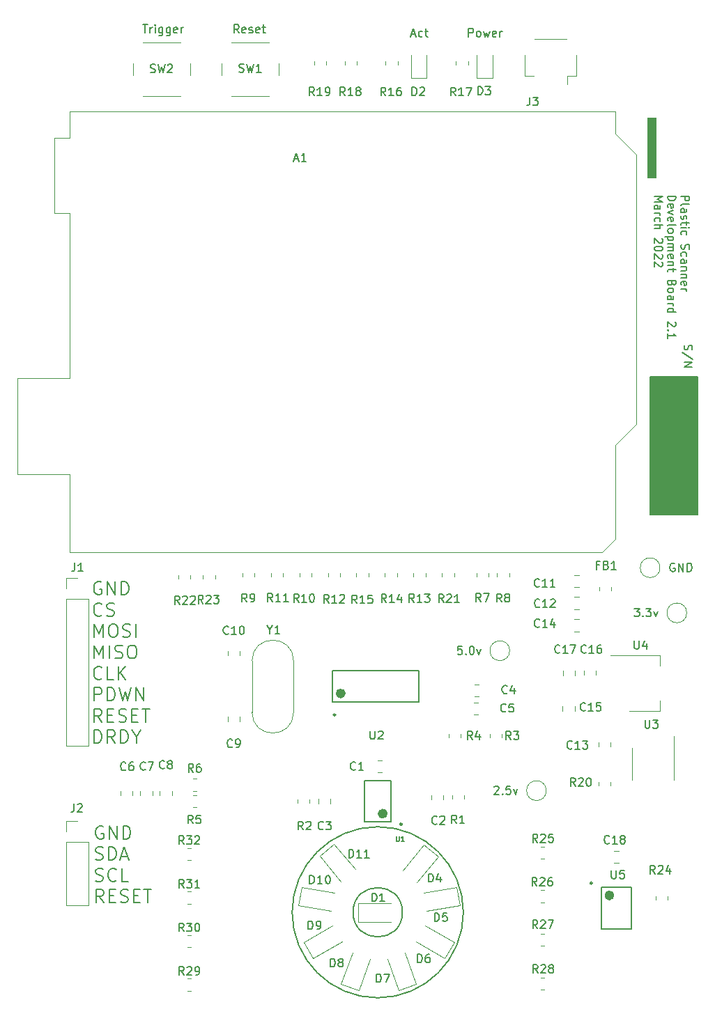
<source format=gto>
%TF.GenerationSoftware,KiCad,Pcbnew,(6.0.1)*%
%TF.CreationDate,2022-04-04T17:19:20+02:00*%
%TF.ProjectId,PCB KiCad,50434220-4b69-4436-9164-2e6b69636164,rev?*%
%TF.SameCoordinates,Original*%
%TF.FileFunction,Legend,Top*%
%TF.FilePolarity,Positive*%
%FSLAX46Y46*%
G04 Gerber Fmt 4.6, Leading zero omitted, Abs format (unit mm)*
G04 Created by KiCad (PCBNEW (6.0.1)) date 2022-04-04 17:19:20*
%MOMM*%
%LPD*%
G01*
G04 APERTURE LIST*
%ADD10C,0.150000*%
%ADD11C,0.200000*%
%ADD12C,0.120000*%
%ADD13C,0.599999*%
%ADD14C,0.249999*%
G04 APERTURE END LIST*
D10*
X116070000Y-71650000D02*
X121820000Y-71650000D01*
X121820000Y-71650000D02*
X121820000Y-88380000D01*
X121820000Y-88380000D02*
X116070000Y-88380000D01*
X116070000Y-88380000D02*
X116070000Y-71650000D01*
G36*
X116070000Y-71650000D02*
G01*
X121820000Y-71650000D01*
X121820000Y-88380000D01*
X116070000Y-88380000D01*
X116070000Y-71650000D01*
G37*
X86000000Y-136750000D02*
G75*
G03*
X86000000Y-136750000I-3000000J0D01*
G01*
D11*
X93400000Y-136750000D02*
G75*
G03*
X93400000Y-136750000I-10400000J0D01*
G01*
D10*
X119847619Y-49685595D02*
X120847619Y-49685595D01*
X120847619Y-50066547D01*
X120800000Y-50161785D01*
X120752380Y-50209404D01*
X120657142Y-50257023D01*
X120514285Y-50257023D01*
X120419047Y-50209404D01*
X120371428Y-50161785D01*
X120323809Y-50066547D01*
X120323809Y-49685595D01*
X119847619Y-50828452D02*
X119895238Y-50733214D01*
X119990476Y-50685595D01*
X120847619Y-50685595D01*
X119847619Y-51637976D02*
X120371428Y-51637976D01*
X120466666Y-51590357D01*
X120514285Y-51495119D01*
X120514285Y-51304642D01*
X120466666Y-51209404D01*
X119895238Y-51637976D02*
X119847619Y-51542738D01*
X119847619Y-51304642D01*
X119895238Y-51209404D01*
X119990476Y-51161785D01*
X120085714Y-51161785D01*
X120180952Y-51209404D01*
X120228571Y-51304642D01*
X120228571Y-51542738D01*
X120276190Y-51637976D01*
X119895238Y-52066547D02*
X119847619Y-52161785D01*
X119847619Y-52352261D01*
X119895238Y-52447500D01*
X119990476Y-52495119D01*
X120038095Y-52495119D01*
X120133333Y-52447500D01*
X120180952Y-52352261D01*
X120180952Y-52209404D01*
X120228571Y-52114166D01*
X120323809Y-52066547D01*
X120371428Y-52066547D01*
X120466666Y-52114166D01*
X120514285Y-52209404D01*
X120514285Y-52352261D01*
X120466666Y-52447500D01*
X120514285Y-52780833D02*
X120514285Y-53161785D01*
X120847619Y-52923690D02*
X119990476Y-52923690D01*
X119895238Y-52971309D01*
X119847619Y-53066547D01*
X119847619Y-53161785D01*
X119847619Y-53495119D02*
X120514285Y-53495119D01*
X120847619Y-53495119D02*
X120800000Y-53447500D01*
X120752380Y-53495119D01*
X120800000Y-53542738D01*
X120847619Y-53495119D01*
X120752380Y-53495119D01*
X119895238Y-54399880D02*
X119847619Y-54304642D01*
X119847619Y-54114166D01*
X119895238Y-54018928D01*
X119942857Y-53971309D01*
X120038095Y-53923690D01*
X120323809Y-53923690D01*
X120419047Y-53971309D01*
X120466666Y-54018928D01*
X120514285Y-54114166D01*
X120514285Y-54304642D01*
X120466666Y-54399880D01*
X119895238Y-55542738D02*
X119847619Y-55685595D01*
X119847619Y-55923690D01*
X119895238Y-56018928D01*
X119942857Y-56066547D01*
X120038095Y-56114166D01*
X120133333Y-56114166D01*
X120228571Y-56066547D01*
X120276190Y-56018928D01*
X120323809Y-55923690D01*
X120371428Y-55733214D01*
X120419047Y-55637976D01*
X120466666Y-55590357D01*
X120561904Y-55542738D01*
X120657142Y-55542738D01*
X120752380Y-55590357D01*
X120800000Y-55637976D01*
X120847619Y-55733214D01*
X120847619Y-55971309D01*
X120800000Y-56114166D01*
X119895238Y-56971309D02*
X119847619Y-56876071D01*
X119847619Y-56685595D01*
X119895238Y-56590357D01*
X119942857Y-56542738D01*
X120038095Y-56495119D01*
X120323809Y-56495119D01*
X120419047Y-56542738D01*
X120466666Y-56590357D01*
X120514285Y-56685595D01*
X120514285Y-56876071D01*
X120466666Y-56971309D01*
X119847619Y-57828452D02*
X120371428Y-57828452D01*
X120466666Y-57780833D01*
X120514285Y-57685595D01*
X120514285Y-57495119D01*
X120466666Y-57399880D01*
X119895238Y-57828452D02*
X119847619Y-57733214D01*
X119847619Y-57495119D01*
X119895238Y-57399880D01*
X119990476Y-57352261D01*
X120085714Y-57352261D01*
X120180952Y-57399880D01*
X120228571Y-57495119D01*
X120228571Y-57733214D01*
X120276190Y-57828452D01*
X120514285Y-58304642D02*
X119847619Y-58304642D01*
X120419047Y-58304642D02*
X120466666Y-58352261D01*
X120514285Y-58447500D01*
X120514285Y-58590357D01*
X120466666Y-58685595D01*
X120371428Y-58733214D01*
X119847619Y-58733214D01*
X120514285Y-59209404D02*
X119847619Y-59209404D01*
X120419047Y-59209404D02*
X120466666Y-59257023D01*
X120514285Y-59352261D01*
X120514285Y-59495119D01*
X120466666Y-59590357D01*
X120371428Y-59637976D01*
X119847619Y-59637976D01*
X119895238Y-60495119D02*
X119847619Y-60399880D01*
X119847619Y-60209404D01*
X119895238Y-60114166D01*
X119990476Y-60066547D01*
X120371428Y-60066547D01*
X120466666Y-60114166D01*
X120514285Y-60209404D01*
X120514285Y-60399880D01*
X120466666Y-60495119D01*
X120371428Y-60542738D01*
X120276190Y-60542738D01*
X120180952Y-60066547D01*
X119847619Y-60971309D02*
X120514285Y-60971309D01*
X120323809Y-60971309D02*
X120419047Y-61018928D01*
X120466666Y-61066547D01*
X120514285Y-61161785D01*
X120514285Y-61257023D01*
X118237619Y-49685595D02*
X119237619Y-49685595D01*
X119237619Y-49923690D01*
X119190000Y-50066547D01*
X119094761Y-50161785D01*
X118999523Y-50209404D01*
X118809047Y-50257023D01*
X118666190Y-50257023D01*
X118475714Y-50209404D01*
X118380476Y-50161785D01*
X118285238Y-50066547D01*
X118237619Y-49923690D01*
X118237619Y-49685595D01*
X118285238Y-51066547D02*
X118237619Y-50971309D01*
X118237619Y-50780833D01*
X118285238Y-50685595D01*
X118380476Y-50637976D01*
X118761428Y-50637976D01*
X118856666Y-50685595D01*
X118904285Y-50780833D01*
X118904285Y-50971309D01*
X118856666Y-51066547D01*
X118761428Y-51114166D01*
X118666190Y-51114166D01*
X118570952Y-50637976D01*
X118904285Y-51447500D02*
X118237619Y-51685595D01*
X118904285Y-51923690D01*
X118285238Y-52685595D02*
X118237619Y-52590357D01*
X118237619Y-52399880D01*
X118285238Y-52304642D01*
X118380476Y-52257023D01*
X118761428Y-52257023D01*
X118856666Y-52304642D01*
X118904285Y-52399880D01*
X118904285Y-52590357D01*
X118856666Y-52685595D01*
X118761428Y-52733214D01*
X118666190Y-52733214D01*
X118570952Y-52257023D01*
X118237619Y-53304642D02*
X118285238Y-53209404D01*
X118380476Y-53161785D01*
X119237619Y-53161785D01*
X118237619Y-53828452D02*
X118285238Y-53733214D01*
X118332857Y-53685595D01*
X118428095Y-53637976D01*
X118713809Y-53637976D01*
X118809047Y-53685595D01*
X118856666Y-53733214D01*
X118904285Y-53828452D01*
X118904285Y-53971309D01*
X118856666Y-54066547D01*
X118809047Y-54114166D01*
X118713809Y-54161785D01*
X118428095Y-54161785D01*
X118332857Y-54114166D01*
X118285238Y-54066547D01*
X118237619Y-53971309D01*
X118237619Y-53828452D01*
X118904285Y-54590357D02*
X117904285Y-54590357D01*
X118856666Y-54590357D02*
X118904285Y-54685595D01*
X118904285Y-54876071D01*
X118856666Y-54971309D01*
X118809047Y-55018928D01*
X118713809Y-55066547D01*
X118428095Y-55066547D01*
X118332857Y-55018928D01*
X118285238Y-54971309D01*
X118237619Y-54876071D01*
X118237619Y-54685595D01*
X118285238Y-54590357D01*
X118237619Y-55495119D02*
X118904285Y-55495119D01*
X118809047Y-55495119D02*
X118856666Y-55542738D01*
X118904285Y-55637976D01*
X118904285Y-55780833D01*
X118856666Y-55876071D01*
X118761428Y-55923690D01*
X118237619Y-55923690D01*
X118761428Y-55923690D02*
X118856666Y-55971309D01*
X118904285Y-56066547D01*
X118904285Y-56209404D01*
X118856666Y-56304642D01*
X118761428Y-56352261D01*
X118237619Y-56352261D01*
X118285238Y-57209404D02*
X118237619Y-57114166D01*
X118237619Y-56923690D01*
X118285238Y-56828452D01*
X118380476Y-56780833D01*
X118761428Y-56780833D01*
X118856666Y-56828452D01*
X118904285Y-56923690D01*
X118904285Y-57114166D01*
X118856666Y-57209404D01*
X118761428Y-57257023D01*
X118666190Y-57257023D01*
X118570952Y-56780833D01*
X118904285Y-57685595D02*
X118237619Y-57685595D01*
X118809047Y-57685595D02*
X118856666Y-57733214D01*
X118904285Y-57828452D01*
X118904285Y-57971309D01*
X118856666Y-58066547D01*
X118761428Y-58114166D01*
X118237619Y-58114166D01*
X118904285Y-58447500D02*
X118904285Y-58828452D01*
X119237619Y-58590357D02*
X118380476Y-58590357D01*
X118285238Y-58637976D01*
X118237619Y-58733214D01*
X118237619Y-58828452D01*
X118761428Y-60257023D02*
X118713809Y-60399880D01*
X118666190Y-60447500D01*
X118570952Y-60495119D01*
X118428095Y-60495119D01*
X118332857Y-60447500D01*
X118285238Y-60399880D01*
X118237619Y-60304642D01*
X118237619Y-59923690D01*
X119237619Y-59923690D01*
X119237619Y-60257023D01*
X119190000Y-60352261D01*
X119142380Y-60399880D01*
X119047142Y-60447500D01*
X118951904Y-60447500D01*
X118856666Y-60399880D01*
X118809047Y-60352261D01*
X118761428Y-60257023D01*
X118761428Y-59923690D01*
X118237619Y-61066547D02*
X118285238Y-60971309D01*
X118332857Y-60923690D01*
X118428095Y-60876071D01*
X118713809Y-60876071D01*
X118809047Y-60923690D01*
X118856666Y-60971309D01*
X118904285Y-61066547D01*
X118904285Y-61209404D01*
X118856666Y-61304642D01*
X118809047Y-61352261D01*
X118713809Y-61399880D01*
X118428095Y-61399880D01*
X118332857Y-61352261D01*
X118285238Y-61304642D01*
X118237619Y-61209404D01*
X118237619Y-61066547D01*
X118237619Y-62257023D02*
X118761428Y-62257023D01*
X118856666Y-62209404D01*
X118904285Y-62114166D01*
X118904285Y-61923690D01*
X118856666Y-61828452D01*
X118285238Y-62257023D02*
X118237619Y-62161785D01*
X118237619Y-61923690D01*
X118285238Y-61828452D01*
X118380476Y-61780833D01*
X118475714Y-61780833D01*
X118570952Y-61828452D01*
X118618571Y-61923690D01*
X118618571Y-62161785D01*
X118666190Y-62257023D01*
X118237619Y-62733214D02*
X118904285Y-62733214D01*
X118713809Y-62733214D02*
X118809047Y-62780833D01*
X118856666Y-62828452D01*
X118904285Y-62923690D01*
X118904285Y-63018928D01*
X118237619Y-63780833D02*
X119237619Y-63780833D01*
X118285238Y-63780833D02*
X118237619Y-63685595D01*
X118237619Y-63495119D01*
X118285238Y-63399880D01*
X118332857Y-63352261D01*
X118428095Y-63304642D01*
X118713809Y-63304642D01*
X118809047Y-63352261D01*
X118856666Y-63399880D01*
X118904285Y-63495119D01*
X118904285Y-63685595D01*
X118856666Y-63780833D01*
X119142380Y-64971309D02*
X119190000Y-65018928D01*
X119237619Y-65114166D01*
X119237619Y-65352261D01*
X119190000Y-65447500D01*
X119142380Y-65495119D01*
X119047142Y-65542738D01*
X118951904Y-65542738D01*
X118809047Y-65495119D01*
X118237619Y-64923690D01*
X118237619Y-65542738D01*
X118332857Y-65971309D02*
X118285238Y-66018928D01*
X118237619Y-65971309D01*
X118285238Y-65923690D01*
X118332857Y-65971309D01*
X118237619Y-65971309D01*
X118237619Y-66971309D02*
X118237619Y-66399880D01*
X118237619Y-66685595D02*
X119237619Y-66685595D01*
X119094761Y-66590357D01*
X118999523Y-66495119D01*
X118951904Y-66399880D01*
X116627619Y-49685595D02*
X117627619Y-49685595D01*
X116913333Y-50018928D01*
X117627619Y-50352261D01*
X116627619Y-50352261D01*
X116627619Y-51257023D02*
X117151428Y-51257023D01*
X117246666Y-51209404D01*
X117294285Y-51114166D01*
X117294285Y-50923690D01*
X117246666Y-50828452D01*
X116675238Y-51257023D02*
X116627619Y-51161785D01*
X116627619Y-50923690D01*
X116675238Y-50828452D01*
X116770476Y-50780833D01*
X116865714Y-50780833D01*
X116960952Y-50828452D01*
X117008571Y-50923690D01*
X117008571Y-51161785D01*
X117056190Y-51257023D01*
X116627619Y-51733214D02*
X117294285Y-51733214D01*
X117103809Y-51733214D02*
X117199047Y-51780833D01*
X117246666Y-51828452D01*
X117294285Y-51923690D01*
X117294285Y-52018928D01*
X116675238Y-52780833D02*
X116627619Y-52685595D01*
X116627619Y-52495119D01*
X116675238Y-52399880D01*
X116722857Y-52352261D01*
X116818095Y-52304642D01*
X117103809Y-52304642D01*
X117199047Y-52352261D01*
X117246666Y-52399880D01*
X117294285Y-52495119D01*
X117294285Y-52685595D01*
X117246666Y-52780833D01*
X116627619Y-53209404D02*
X117627619Y-53209404D01*
X116627619Y-53637976D02*
X117151428Y-53637976D01*
X117246666Y-53590357D01*
X117294285Y-53495119D01*
X117294285Y-53352261D01*
X117246666Y-53257023D01*
X117199047Y-53209404D01*
X117532380Y-54828452D02*
X117580000Y-54876071D01*
X117627619Y-54971309D01*
X117627619Y-55209404D01*
X117580000Y-55304642D01*
X117532380Y-55352261D01*
X117437142Y-55399880D01*
X117341904Y-55399880D01*
X117199047Y-55352261D01*
X116627619Y-54780833D01*
X116627619Y-55399880D01*
X117627619Y-56018928D02*
X117627619Y-56114166D01*
X117580000Y-56209404D01*
X117532380Y-56257023D01*
X117437142Y-56304642D01*
X117246666Y-56352261D01*
X117008571Y-56352261D01*
X116818095Y-56304642D01*
X116722857Y-56257023D01*
X116675238Y-56209404D01*
X116627619Y-56114166D01*
X116627619Y-56018928D01*
X116675238Y-55923690D01*
X116722857Y-55876071D01*
X116818095Y-55828452D01*
X117008571Y-55780833D01*
X117246666Y-55780833D01*
X117437142Y-55828452D01*
X117532380Y-55876071D01*
X117580000Y-55923690D01*
X117627619Y-56018928D01*
X117532380Y-56733214D02*
X117580000Y-56780833D01*
X117627619Y-56876071D01*
X117627619Y-57114166D01*
X117580000Y-57209404D01*
X117532380Y-57257023D01*
X117437142Y-57304642D01*
X117341904Y-57304642D01*
X117199047Y-57257023D01*
X116627619Y-56685595D01*
X116627619Y-57304642D01*
X117532380Y-57685595D02*
X117580000Y-57733214D01*
X117627619Y-57828452D01*
X117627619Y-58066547D01*
X117580000Y-58161785D01*
X117532380Y-58209404D01*
X117437142Y-58257023D01*
X117341904Y-58257023D01*
X117199047Y-58209404D01*
X116627619Y-57637976D01*
X116627619Y-58257023D01*
X120265238Y-67806666D02*
X120217619Y-67949523D01*
X120217619Y-68187619D01*
X120265238Y-68282857D01*
X120312857Y-68330476D01*
X120408095Y-68378095D01*
X120503333Y-68378095D01*
X120598571Y-68330476D01*
X120646190Y-68282857D01*
X120693809Y-68187619D01*
X120741428Y-67997142D01*
X120789047Y-67901904D01*
X120836666Y-67854285D01*
X120931904Y-67806666D01*
X121027142Y-67806666D01*
X121122380Y-67854285D01*
X121170000Y-67901904D01*
X121217619Y-67997142D01*
X121217619Y-68235238D01*
X121170000Y-68378095D01*
X121265238Y-69520952D02*
X119979523Y-68663809D01*
X120217619Y-69854285D02*
X121217619Y-69854285D01*
X120217619Y-70425714D01*
X121217619Y-70425714D01*
X66131904Y-29842380D02*
X65798571Y-29366190D01*
X65560476Y-29842380D02*
X65560476Y-28842380D01*
X65941428Y-28842380D01*
X66036666Y-28890000D01*
X66084285Y-28937619D01*
X66131904Y-29032857D01*
X66131904Y-29175714D01*
X66084285Y-29270952D01*
X66036666Y-29318571D01*
X65941428Y-29366190D01*
X65560476Y-29366190D01*
X66941428Y-29794761D02*
X66846190Y-29842380D01*
X66655714Y-29842380D01*
X66560476Y-29794761D01*
X66512857Y-29699523D01*
X66512857Y-29318571D01*
X66560476Y-29223333D01*
X66655714Y-29175714D01*
X66846190Y-29175714D01*
X66941428Y-29223333D01*
X66989047Y-29318571D01*
X66989047Y-29413809D01*
X66512857Y-29509047D01*
X67370000Y-29794761D02*
X67465238Y-29842380D01*
X67655714Y-29842380D01*
X67750952Y-29794761D01*
X67798571Y-29699523D01*
X67798571Y-29651904D01*
X67750952Y-29556666D01*
X67655714Y-29509047D01*
X67512857Y-29509047D01*
X67417619Y-29461428D01*
X67370000Y-29366190D01*
X67370000Y-29318571D01*
X67417619Y-29223333D01*
X67512857Y-29175714D01*
X67655714Y-29175714D01*
X67750952Y-29223333D01*
X68608095Y-29794761D02*
X68512857Y-29842380D01*
X68322380Y-29842380D01*
X68227142Y-29794761D01*
X68179523Y-29699523D01*
X68179523Y-29318571D01*
X68227142Y-29223333D01*
X68322380Y-29175714D01*
X68512857Y-29175714D01*
X68608095Y-29223333D01*
X68655714Y-29318571D01*
X68655714Y-29413809D01*
X68179523Y-29509047D01*
X68941428Y-29175714D02*
X69322380Y-29175714D01*
X69084285Y-28842380D02*
X69084285Y-29699523D01*
X69131904Y-29794761D01*
X69227142Y-29842380D01*
X69322380Y-29842380D01*
X87107619Y-30016666D02*
X87583809Y-30016666D01*
X87012380Y-30302380D02*
X87345714Y-29302380D01*
X87679047Y-30302380D01*
X88440952Y-30254761D02*
X88345714Y-30302380D01*
X88155238Y-30302380D01*
X88060000Y-30254761D01*
X88012380Y-30207142D01*
X87964761Y-30111904D01*
X87964761Y-29826190D01*
X88012380Y-29730952D01*
X88060000Y-29683333D01*
X88155238Y-29635714D01*
X88345714Y-29635714D01*
X88440952Y-29683333D01*
X88726666Y-29635714D02*
X89107619Y-29635714D01*
X88869523Y-29302380D02*
X88869523Y-30159523D01*
X88917142Y-30254761D01*
X89012380Y-30302380D01*
X89107619Y-30302380D01*
X54443809Y-28842380D02*
X55015238Y-28842380D01*
X54729523Y-29842380D02*
X54729523Y-28842380D01*
X55348571Y-29842380D02*
X55348571Y-29175714D01*
X55348571Y-29366190D02*
X55396190Y-29270952D01*
X55443809Y-29223333D01*
X55539047Y-29175714D01*
X55634285Y-29175714D01*
X55967619Y-29842380D02*
X55967619Y-29175714D01*
X55967619Y-28842380D02*
X55920000Y-28890000D01*
X55967619Y-28937619D01*
X56015238Y-28890000D01*
X55967619Y-28842380D01*
X55967619Y-28937619D01*
X56872380Y-29175714D02*
X56872380Y-29985238D01*
X56824761Y-30080476D01*
X56777142Y-30128095D01*
X56681904Y-30175714D01*
X56539047Y-30175714D01*
X56443809Y-30128095D01*
X56872380Y-29794761D02*
X56777142Y-29842380D01*
X56586666Y-29842380D01*
X56491428Y-29794761D01*
X56443809Y-29747142D01*
X56396190Y-29651904D01*
X56396190Y-29366190D01*
X56443809Y-29270952D01*
X56491428Y-29223333D01*
X56586666Y-29175714D01*
X56777142Y-29175714D01*
X56872380Y-29223333D01*
X57777142Y-29175714D02*
X57777142Y-29985238D01*
X57729523Y-30080476D01*
X57681904Y-30128095D01*
X57586666Y-30175714D01*
X57443809Y-30175714D01*
X57348571Y-30128095D01*
X57777142Y-29794761D02*
X57681904Y-29842380D01*
X57491428Y-29842380D01*
X57396190Y-29794761D01*
X57348571Y-29747142D01*
X57300952Y-29651904D01*
X57300952Y-29366190D01*
X57348571Y-29270952D01*
X57396190Y-29223333D01*
X57491428Y-29175714D01*
X57681904Y-29175714D01*
X57777142Y-29223333D01*
X58634285Y-29794761D02*
X58539047Y-29842380D01*
X58348571Y-29842380D01*
X58253333Y-29794761D01*
X58205714Y-29699523D01*
X58205714Y-29318571D01*
X58253333Y-29223333D01*
X58348571Y-29175714D01*
X58539047Y-29175714D01*
X58634285Y-29223333D01*
X58681904Y-29318571D01*
X58681904Y-29413809D01*
X58205714Y-29509047D01*
X59110476Y-29842380D02*
X59110476Y-29175714D01*
X59110476Y-29366190D02*
X59158095Y-29270952D01*
X59205714Y-29223333D01*
X59300952Y-29175714D01*
X59396190Y-29175714D01*
X94033809Y-30302380D02*
X94033809Y-29302380D01*
X94414761Y-29302380D01*
X94510000Y-29350000D01*
X94557619Y-29397619D01*
X94605238Y-29492857D01*
X94605238Y-29635714D01*
X94557619Y-29730952D01*
X94510000Y-29778571D01*
X94414761Y-29826190D01*
X94033809Y-29826190D01*
X95176666Y-30302380D02*
X95081428Y-30254761D01*
X95033809Y-30207142D01*
X94986190Y-30111904D01*
X94986190Y-29826190D01*
X95033809Y-29730952D01*
X95081428Y-29683333D01*
X95176666Y-29635714D01*
X95319523Y-29635714D01*
X95414761Y-29683333D01*
X95462380Y-29730952D01*
X95510000Y-29826190D01*
X95510000Y-30111904D01*
X95462380Y-30207142D01*
X95414761Y-30254761D01*
X95319523Y-30302380D01*
X95176666Y-30302380D01*
X95843333Y-29635714D02*
X96033809Y-30302380D01*
X96224285Y-29826190D01*
X96414761Y-30302380D01*
X96605238Y-29635714D01*
X97367142Y-30254761D02*
X97271904Y-30302380D01*
X97081428Y-30302380D01*
X96986190Y-30254761D01*
X96938571Y-30159523D01*
X96938571Y-29778571D01*
X96986190Y-29683333D01*
X97081428Y-29635714D01*
X97271904Y-29635714D01*
X97367142Y-29683333D01*
X97414761Y-29778571D01*
X97414761Y-29873809D01*
X96938571Y-29969047D01*
X97843333Y-30302380D02*
X97843333Y-29635714D01*
X97843333Y-29826190D02*
X97890952Y-29730952D01*
X97938571Y-29683333D01*
X98033809Y-29635714D01*
X98129047Y-29635714D01*
X49616547Y-126316000D02*
X49464166Y-126239809D01*
X49235595Y-126239809D01*
X49007023Y-126316000D01*
X48854642Y-126468380D01*
X48778452Y-126620761D01*
X48702261Y-126925523D01*
X48702261Y-127154095D01*
X48778452Y-127458857D01*
X48854642Y-127611238D01*
X49007023Y-127763619D01*
X49235595Y-127839809D01*
X49387976Y-127839809D01*
X49616547Y-127763619D01*
X49692738Y-127687428D01*
X49692738Y-127154095D01*
X49387976Y-127154095D01*
X50378452Y-127839809D02*
X50378452Y-126239809D01*
X51292738Y-127839809D01*
X51292738Y-126239809D01*
X52054642Y-127839809D02*
X52054642Y-126239809D01*
X52435595Y-126239809D01*
X52664166Y-126316000D01*
X52816547Y-126468380D01*
X52892738Y-126620761D01*
X52968928Y-126925523D01*
X52968928Y-127154095D01*
X52892738Y-127458857D01*
X52816547Y-127611238D01*
X52664166Y-127763619D01*
X52435595Y-127839809D01*
X52054642Y-127839809D01*
X48702261Y-130339619D02*
X48930833Y-130415809D01*
X49311785Y-130415809D01*
X49464166Y-130339619D01*
X49540357Y-130263428D01*
X49616547Y-130111047D01*
X49616547Y-129958666D01*
X49540357Y-129806285D01*
X49464166Y-129730095D01*
X49311785Y-129653904D01*
X49007023Y-129577714D01*
X48854642Y-129501523D01*
X48778452Y-129425333D01*
X48702261Y-129272952D01*
X48702261Y-129120571D01*
X48778452Y-128968190D01*
X48854642Y-128892000D01*
X49007023Y-128815809D01*
X49387976Y-128815809D01*
X49616547Y-128892000D01*
X50302261Y-130415809D02*
X50302261Y-128815809D01*
X50683214Y-128815809D01*
X50911785Y-128892000D01*
X51064166Y-129044380D01*
X51140357Y-129196761D01*
X51216547Y-129501523D01*
X51216547Y-129730095D01*
X51140357Y-130034857D01*
X51064166Y-130187238D01*
X50911785Y-130339619D01*
X50683214Y-130415809D01*
X50302261Y-130415809D01*
X51826071Y-129958666D02*
X52587976Y-129958666D01*
X51673690Y-130415809D02*
X52207023Y-128815809D01*
X52740357Y-130415809D01*
X48702261Y-132915619D02*
X48930833Y-132991809D01*
X49311785Y-132991809D01*
X49464166Y-132915619D01*
X49540357Y-132839428D01*
X49616547Y-132687047D01*
X49616547Y-132534666D01*
X49540357Y-132382285D01*
X49464166Y-132306095D01*
X49311785Y-132229904D01*
X49007023Y-132153714D01*
X48854642Y-132077523D01*
X48778452Y-132001333D01*
X48702261Y-131848952D01*
X48702261Y-131696571D01*
X48778452Y-131544190D01*
X48854642Y-131468000D01*
X49007023Y-131391809D01*
X49387976Y-131391809D01*
X49616547Y-131468000D01*
X51216547Y-132839428D02*
X51140357Y-132915619D01*
X50911785Y-132991809D01*
X50759404Y-132991809D01*
X50530833Y-132915619D01*
X50378452Y-132763238D01*
X50302261Y-132610857D01*
X50226071Y-132306095D01*
X50226071Y-132077523D01*
X50302261Y-131772761D01*
X50378452Y-131620380D01*
X50530833Y-131468000D01*
X50759404Y-131391809D01*
X50911785Y-131391809D01*
X51140357Y-131468000D01*
X51216547Y-131544190D01*
X52664166Y-132991809D02*
X51902261Y-132991809D01*
X51902261Y-131391809D01*
X49692738Y-135567809D02*
X49159404Y-134805904D01*
X48778452Y-135567809D02*
X48778452Y-133967809D01*
X49387976Y-133967809D01*
X49540357Y-134044000D01*
X49616547Y-134120190D01*
X49692738Y-134272571D01*
X49692738Y-134501142D01*
X49616547Y-134653523D01*
X49540357Y-134729714D01*
X49387976Y-134805904D01*
X48778452Y-134805904D01*
X50378452Y-134729714D02*
X50911785Y-134729714D01*
X51140357Y-135567809D02*
X50378452Y-135567809D01*
X50378452Y-133967809D01*
X51140357Y-133967809D01*
X51749880Y-135491619D02*
X51978452Y-135567809D01*
X52359404Y-135567809D01*
X52511785Y-135491619D01*
X52587976Y-135415428D01*
X52664166Y-135263047D01*
X52664166Y-135110666D01*
X52587976Y-134958285D01*
X52511785Y-134882095D01*
X52359404Y-134805904D01*
X52054642Y-134729714D01*
X51902261Y-134653523D01*
X51826071Y-134577333D01*
X51749880Y-134424952D01*
X51749880Y-134272571D01*
X51826071Y-134120190D01*
X51902261Y-134044000D01*
X52054642Y-133967809D01*
X52435595Y-133967809D01*
X52664166Y-134044000D01*
X53349880Y-134729714D02*
X53883214Y-134729714D01*
X54111785Y-135567809D02*
X53349880Y-135567809D01*
X53349880Y-133967809D01*
X54111785Y-133967809D01*
X54568928Y-133967809D02*
X55483214Y-133967809D01*
X55026071Y-135567809D02*
X55026071Y-133967809D01*
X49416547Y-96634000D02*
X49264166Y-96557809D01*
X49035595Y-96557809D01*
X48807023Y-96634000D01*
X48654642Y-96786380D01*
X48578452Y-96938761D01*
X48502261Y-97243523D01*
X48502261Y-97472095D01*
X48578452Y-97776857D01*
X48654642Y-97929238D01*
X48807023Y-98081619D01*
X49035595Y-98157809D01*
X49187976Y-98157809D01*
X49416547Y-98081619D01*
X49492738Y-98005428D01*
X49492738Y-97472095D01*
X49187976Y-97472095D01*
X50178452Y-98157809D02*
X50178452Y-96557809D01*
X51092738Y-98157809D01*
X51092738Y-96557809D01*
X51854642Y-98157809D02*
X51854642Y-96557809D01*
X52235595Y-96557809D01*
X52464166Y-96634000D01*
X52616547Y-96786380D01*
X52692738Y-96938761D01*
X52768928Y-97243523D01*
X52768928Y-97472095D01*
X52692738Y-97776857D01*
X52616547Y-97929238D01*
X52464166Y-98081619D01*
X52235595Y-98157809D01*
X51854642Y-98157809D01*
X49492738Y-100581428D02*
X49416547Y-100657619D01*
X49187976Y-100733809D01*
X49035595Y-100733809D01*
X48807023Y-100657619D01*
X48654642Y-100505238D01*
X48578452Y-100352857D01*
X48502261Y-100048095D01*
X48502261Y-99819523D01*
X48578452Y-99514761D01*
X48654642Y-99362380D01*
X48807023Y-99210000D01*
X49035595Y-99133809D01*
X49187976Y-99133809D01*
X49416547Y-99210000D01*
X49492738Y-99286190D01*
X50102261Y-100657619D02*
X50330833Y-100733809D01*
X50711785Y-100733809D01*
X50864166Y-100657619D01*
X50940357Y-100581428D01*
X51016547Y-100429047D01*
X51016547Y-100276666D01*
X50940357Y-100124285D01*
X50864166Y-100048095D01*
X50711785Y-99971904D01*
X50407023Y-99895714D01*
X50254642Y-99819523D01*
X50178452Y-99743333D01*
X50102261Y-99590952D01*
X50102261Y-99438571D01*
X50178452Y-99286190D01*
X50254642Y-99210000D01*
X50407023Y-99133809D01*
X50787976Y-99133809D01*
X51016547Y-99210000D01*
X48578452Y-103309809D02*
X48578452Y-101709809D01*
X49111785Y-102852666D01*
X49645119Y-101709809D01*
X49645119Y-103309809D01*
X50711785Y-101709809D02*
X51016547Y-101709809D01*
X51168928Y-101786000D01*
X51321309Y-101938380D01*
X51397500Y-102243142D01*
X51397500Y-102776476D01*
X51321309Y-103081238D01*
X51168928Y-103233619D01*
X51016547Y-103309809D01*
X50711785Y-103309809D01*
X50559404Y-103233619D01*
X50407023Y-103081238D01*
X50330833Y-102776476D01*
X50330833Y-102243142D01*
X50407023Y-101938380D01*
X50559404Y-101786000D01*
X50711785Y-101709809D01*
X52007023Y-103233619D02*
X52235595Y-103309809D01*
X52616547Y-103309809D01*
X52768928Y-103233619D01*
X52845119Y-103157428D01*
X52921309Y-103005047D01*
X52921309Y-102852666D01*
X52845119Y-102700285D01*
X52768928Y-102624095D01*
X52616547Y-102547904D01*
X52311785Y-102471714D01*
X52159404Y-102395523D01*
X52083214Y-102319333D01*
X52007023Y-102166952D01*
X52007023Y-102014571D01*
X52083214Y-101862190D01*
X52159404Y-101786000D01*
X52311785Y-101709809D01*
X52692738Y-101709809D01*
X52921309Y-101786000D01*
X53607023Y-103309809D02*
X53607023Y-101709809D01*
X48578452Y-105885809D02*
X48578452Y-104285809D01*
X49111785Y-105428666D01*
X49645119Y-104285809D01*
X49645119Y-105885809D01*
X50407023Y-105885809D02*
X50407023Y-104285809D01*
X51092738Y-105809619D02*
X51321309Y-105885809D01*
X51702261Y-105885809D01*
X51854642Y-105809619D01*
X51930833Y-105733428D01*
X52007023Y-105581047D01*
X52007023Y-105428666D01*
X51930833Y-105276285D01*
X51854642Y-105200095D01*
X51702261Y-105123904D01*
X51397500Y-105047714D01*
X51245119Y-104971523D01*
X51168928Y-104895333D01*
X51092738Y-104742952D01*
X51092738Y-104590571D01*
X51168928Y-104438190D01*
X51245119Y-104362000D01*
X51397500Y-104285809D01*
X51778452Y-104285809D01*
X52007023Y-104362000D01*
X52997500Y-104285809D02*
X53302261Y-104285809D01*
X53454642Y-104362000D01*
X53607023Y-104514380D01*
X53683214Y-104819142D01*
X53683214Y-105352476D01*
X53607023Y-105657238D01*
X53454642Y-105809619D01*
X53302261Y-105885809D01*
X52997500Y-105885809D01*
X52845119Y-105809619D01*
X52692738Y-105657238D01*
X52616547Y-105352476D01*
X52616547Y-104819142D01*
X52692738Y-104514380D01*
X52845119Y-104362000D01*
X52997500Y-104285809D01*
X49492738Y-108309428D02*
X49416547Y-108385619D01*
X49187976Y-108461809D01*
X49035595Y-108461809D01*
X48807023Y-108385619D01*
X48654642Y-108233238D01*
X48578452Y-108080857D01*
X48502261Y-107776095D01*
X48502261Y-107547523D01*
X48578452Y-107242761D01*
X48654642Y-107090380D01*
X48807023Y-106938000D01*
X49035595Y-106861809D01*
X49187976Y-106861809D01*
X49416547Y-106938000D01*
X49492738Y-107014190D01*
X50940357Y-108461809D02*
X50178452Y-108461809D01*
X50178452Y-106861809D01*
X51473690Y-108461809D02*
X51473690Y-106861809D01*
X52387976Y-108461809D02*
X51702261Y-107547523D01*
X52387976Y-106861809D02*
X51473690Y-107776095D01*
X48578452Y-111037809D02*
X48578452Y-109437809D01*
X49187976Y-109437809D01*
X49340357Y-109514000D01*
X49416547Y-109590190D01*
X49492738Y-109742571D01*
X49492738Y-109971142D01*
X49416547Y-110123523D01*
X49340357Y-110199714D01*
X49187976Y-110275904D01*
X48578452Y-110275904D01*
X50178452Y-111037809D02*
X50178452Y-109437809D01*
X50559404Y-109437809D01*
X50787976Y-109514000D01*
X50940357Y-109666380D01*
X51016547Y-109818761D01*
X51092738Y-110123523D01*
X51092738Y-110352095D01*
X51016547Y-110656857D01*
X50940357Y-110809238D01*
X50787976Y-110961619D01*
X50559404Y-111037809D01*
X50178452Y-111037809D01*
X51626071Y-109437809D02*
X52007023Y-111037809D01*
X52311785Y-109894952D01*
X52616547Y-111037809D01*
X52997500Y-109437809D01*
X53607023Y-111037809D02*
X53607023Y-109437809D01*
X54521309Y-111037809D01*
X54521309Y-109437809D01*
X49492738Y-113613809D02*
X48959404Y-112851904D01*
X48578452Y-113613809D02*
X48578452Y-112013809D01*
X49187976Y-112013809D01*
X49340357Y-112090000D01*
X49416547Y-112166190D01*
X49492738Y-112318571D01*
X49492738Y-112547142D01*
X49416547Y-112699523D01*
X49340357Y-112775714D01*
X49187976Y-112851904D01*
X48578452Y-112851904D01*
X50178452Y-112775714D02*
X50711785Y-112775714D01*
X50940357Y-113613809D02*
X50178452Y-113613809D01*
X50178452Y-112013809D01*
X50940357Y-112013809D01*
X51549880Y-113537619D02*
X51778452Y-113613809D01*
X52159404Y-113613809D01*
X52311785Y-113537619D01*
X52387976Y-113461428D01*
X52464166Y-113309047D01*
X52464166Y-113156666D01*
X52387976Y-113004285D01*
X52311785Y-112928095D01*
X52159404Y-112851904D01*
X51854642Y-112775714D01*
X51702261Y-112699523D01*
X51626071Y-112623333D01*
X51549880Y-112470952D01*
X51549880Y-112318571D01*
X51626071Y-112166190D01*
X51702261Y-112090000D01*
X51854642Y-112013809D01*
X52235595Y-112013809D01*
X52464166Y-112090000D01*
X53149880Y-112775714D02*
X53683214Y-112775714D01*
X53911785Y-113613809D02*
X53149880Y-113613809D01*
X53149880Y-112013809D01*
X53911785Y-112013809D01*
X54368928Y-112013809D02*
X55283214Y-112013809D01*
X54826071Y-113613809D02*
X54826071Y-112013809D01*
X48578452Y-116189809D02*
X48578452Y-114589809D01*
X48959404Y-114589809D01*
X49187976Y-114666000D01*
X49340357Y-114818380D01*
X49416547Y-114970761D01*
X49492738Y-115275523D01*
X49492738Y-115504095D01*
X49416547Y-115808857D01*
X49340357Y-115961238D01*
X49187976Y-116113619D01*
X48959404Y-116189809D01*
X48578452Y-116189809D01*
X51092738Y-116189809D02*
X50559404Y-115427904D01*
X50178452Y-116189809D02*
X50178452Y-114589809D01*
X50787976Y-114589809D01*
X50940357Y-114666000D01*
X51016547Y-114742190D01*
X51092738Y-114894571D01*
X51092738Y-115123142D01*
X51016547Y-115275523D01*
X50940357Y-115351714D01*
X50787976Y-115427904D01*
X50178452Y-115427904D01*
X51778452Y-116189809D02*
X51778452Y-114589809D01*
X52159404Y-114589809D01*
X52387976Y-114666000D01*
X52540357Y-114818380D01*
X52616547Y-114970761D01*
X52692738Y-115275523D01*
X52692738Y-115504095D01*
X52616547Y-115808857D01*
X52540357Y-115961238D01*
X52387976Y-116113619D01*
X52159404Y-116189809D01*
X51778452Y-116189809D01*
X53683214Y-115427904D02*
X53683214Y-116189809D01*
X53149880Y-114589809D02*
X53683214Y-115427904D01*
X54216547Y-114589809D01*
%TO.C,D5*%
X89914436Y-137833370D02*
X89914436Y-136833370D01*
X90152532Y-136833370D01*
X90295389Y-136880990D01*
X90390627Y-136976228D01*
X90438246Y-137071466D01*
X90485865Y-137261942D01*
X90485865Y-137404799D01*
X90438246Y-137595275D01*
X90390627Y-137690513D01*
X90295389Y-137785751D01*
X90152532Y-137833370D01*
X89914436Y-137833370D01*
X91390627Y-136833370D02*
X90914436Y-136833370D01*
X90866817Y-137309561D01*
X90914436Y-137261942D01*
X91009674Y-137214323D01*
X91247770Y-137214323D01*
X91343008Y-137261942D01*
X91390627Y-137309561D01*
X91438246Y-137404799D01*
X91438246Y-137642894D01*
X91390627Y-137738132D01*
X91343008Y-137785751D01*
X91247770Y-137833370D01*
X91009674Y-137833370D01*
X90914436Y-137785751D01*
X90866817Y-137738132D01*
%TO.C,R25*%
X102417142Y-128245714D02*
X102083809Y-127769524D01*
X101845714Y-128245714D02*
X101845714Y-127245714D01*
X102226666Y-127245714D01*
X102321904Y-127293334D01*
X102369523Y-127340953D01*
X102417142Y-127436191D01*
X102417142Y-127579048D01*
X102369523Y-127674286D01*
X102321904Y-127721905D01*
X102226666Y-127769524D01*
X101845714Y-127769524D01*
X102798095Y-127340953D02*
X102845714Y-127293334D01*
X102940952Y-127245714D01*
X103179047Y-127245714D01*
X103274285Y-127293334D01*
X103321904Y-127340953D01*
X103369523Y-127436191D01*
X103369523Y-127531429D01*
X103321904Y-127674286D01*
X102750476Y-128245714D01*
X103369523Y-128245714D01*
X104274285Y-127245714D02*
X103798095Y-127245714D01*
X103750476Y-127721905D01*
X103798095Y-127674286D01*
X103893333Y-127626667D01*
X104131428Y-127626667D01*
X104226666Y-127674286D01*
X104274285Y-127721905D01*
X104321904Y-127817143D01*
X104321904Y-128055238D01*
X104274285Y-128150476D01*
X104226666Y-128198095D01*
X104131428Y-128245714D01*
X103893333Y-128245714D01*
X103798095Y-128198095D01*
X103750476Y-128150476D01*
%TO.C,R3*%
X99183333Y-115752380D02*
X98850000Y-115276190D01*
X98611904Y-115752380D02*
X98611904Y-114752380D01*
X98992857Y-114752380D01*
X99088095Y-114800000D01*
X99135714Y-114847619D01*
X99183333Y-114942857D01*
X99183333Y-115085714D01*
X99135714Y-115180952D01*
X99088095Y-115228571D01*
X98992857Y-115276190D01*
X98611904Y-115276190D01*
X99516666Y-114752380D02*
X100135714Y-114752380D01*
X99802380Y-115133333D01*
X99945238Y-115133333D01*
X100040476Y-115180952D01*
X100088095Y-115228571D01*
X100135714Y-115323809D01*
X100135714Y-115561904D01*
X100088095Y-115657142D01*
X100040476Y-115704761D01*
X99945238Y-115752380D01*
X99659523Y-115752380D01*
X99564285Y-115704761D01*
X99516666Y-115657142D01*
%TO.C,C14*%
X102647142Y-101997142D02*
X102599523Y-102044761D01*
X102456666Y-102092380D01*
X102361428Y-102092380D01*
X102218571Y-102044761D01*
X102123333Y-101949523D01*
X102075714Y-101854285D01*
X102028095Y-101663809D01*
X102028095Y-101520952D01*
X102075714Y-101330476D01*
X102123333Y-101235238D01*
X102218571Y-101140000D01*
X102361428Y-101092380D01*
X102456666Y-101092380D01*
X102599523Y-101140000D01*
X102647142Y-101187619D01*
X103599523Y-102092380D02*
X103028095Y-102092380D01*
X103313809Y-102092380D02*
X103313809Y-101092380D01*
X103218571Y-101235238D01*
X103123333Y-101330476D01*
X103028095Y-101378095D01*
X104456666Y-101425714D02*
X104456666Y-102092380D01*
X104218571Y-101044761D02*
X103980476Y-101759047D01*
X104599523Y-101759047D01*
%TO.C,C5*%
X98570833Y-112307142D02*
X98523214Y-112354761D01*
X98380357Y-112402380D01*
X98285119Y-112402380D01*
X98142261Y-112354761D01*
X98047023Y-112259523D01*
X97999404Y-112164285D01*
X97951785Y-111973809D01*
X97951785Y-111830952D01*
X97999404Y-111640476D01*
X98047023Y-111545238D01*
X98142261Y-111450000D01*
X98285119Y-111402380D01*
X98380357Y-111402380D01*
X98523214Y-111450000D01*
X98570833Y-111497619D01*
X99475595Y-111402380D02*
X98999404Y-111402380D01*
X98951785Y-111878571D01*
X98999404Y-111830952D01*
X99094642Y-111783333D01*
X99332738Y-111783333D01*
X99427976Y-111830952D01*
X99475595Y-111878571D01*
X99523214Y-111973809D01*
X99523214Y-112211904D01*
X99475595Y-112307142D01*
X99427976Y-112354761D01*
X99332738Y-112402380D01*
X99094642Y-112402380D01*
X98999404Y-112354761D01*
X98951785Y-112307142D01*
%TO.C,D1*%
X82305662Y-135427616D02*
X82305662Y-134427616D01*
X82543758Y-134427616D01*
X82686615Y-134475236D01*
X82781853Y-134570474D01*
X82829472Y-134665712D01*
X82877091Y-134856188D01*
X82877091Y-134999045D01*
X82829472Y-135189521D01*
X82781853Y-135284759D01*
X82686615Y-135379997D01*
X82543758Y-135427616D01*
X82305662Y-135427616D01*
X83829472Y-135427616D02*
X83258043Y-135427616D01*
X83543758Y-135427616D02*
X83543758Y-134427616D01*
X83448519Y-134570474D01*
X83353281Y-134665712D01*
X83258043Y-134713331D01*
%TO.C,C12*%
X102659642Y-99577142D02*
X102612023Y-99624761D01*
X102469166Y-99672380D01*
X102373928Y-99672380D01*
X102231071Y-99624761D01*
X102135833Y-99529523D01*
X102088214Y-99434285D01*
X102040595Y-99243809D01*
X102040595Y-99100952D01*
X102088214Y-98910476D01*
X102135833Y-98815238D01*
X102231071Y-98720000D01*
X102373928Y-98672380D01*
X102469166Y-98672380D01*
X102612023Y-98720000D01*
X102659642Y-98767619D01*
X103612023Y-99672380D02*
X103040595Y-99672380D01*
X103326309Y-99672380D02*
X103326309Y-98672380D01*
X103231071Y-98815238D01*
X103135833Y-98910476D01*
X103040595Y-98958095D01*
X103992976Y-98767619D02*
X104040595Y-98720000D01*
X104135833Y-98672380D01*
X104373928Y-98672380D01*
X104469166Y-98720000D01*
X104516785Y-98767619D01*
X104564404Y-98862857D01*
X104564404Y-98958095D01*
X104516785Y-99100952D01*
X103945357Y-99672380D01*
X104564404Y-99672380D01*
%TO.C,J2*%
X46086666Y-123572380D02*
X46086666Y-124286666D01*
X46039047Y-124429523D01*
X45943809Y-124524761D01*
X45800952Y-124572380D01*
X45705714Y-124572380D01*
X46515238Y-123667619D02*
X46562857Y-123620000D01*
X46658095Y-123572380D01*
X46896190Y-123572380D01*
X46991428Y-123620000D01*
X47039047Y-123667619D01*
X47086666Y-123762857D01*
X47086666Y-123858095D01*
X47039047Y-124000952D01*
X46467619Y-124572380D01*
X47086666Y-124572380D01*
%TO.C,C8*%
X57083333Y-119217142D02*
X57035714Y-119264761D01*
X56892857Y-119312380D01*
X56797619Y-119312380D01*
X56654761Y-119264761D01*
X56559523Y-119169523D01*
X56511904Y-119074285D01*
X56464285Y-118883809D01*
X56464285Y-118740952D01*
X56511904Y-118550476D01*
X56559523Y-118455238D01*
X56654761Y-118360000D01*
X56797619Y-118312380D01*
X56892857Y-118312380D01*
X57035714Y-118360000D01*
X57083333Y-118407619D01*
X57654761Y-118740952D02*
X57559523Y-118693333D01*
X57511904Y-118645714D01*
X57464285Y-118550476D01*
X57464285Y-118502857D01*
X57511904Y-118407619D01*
X57559523Y-118360000D01*
X57654761Y-118312380D01*
X57845238Y-118312380D01*
X57940476Y-118360000D01*
X57988095Y-118407619D01*
X58035714Y-118502857D01*
X58035714Y-118550476D01*
X57988095Y-118645714D01*
X57940476Y-118693333D01*
X57845238Y-118740952D01*
X57654761Y-118740952D01*
X57559523Y-118788571D01*
X57511904Y-118836190D01*
X57464285Y-118931428D01*
X57464285Y-119121904D01*
X57511904Y-119217142D01*
X57559523Y-119264761D01*
X57654761Y-119312380D01*
X57845238Y-119312380D01*
X57940476Y-119264761D01*
X57988095Y-119217142D01*
X58035714Y-119121904D01*
X58035714Y-118931428D01*
X57988095Y-118836190D01*
X57940476Y-118788571D01*
X57845238Y-118740952D01*
%TO.C,R19*%
X75277142Y-37452380D02*
X74943809Y-36976190D01*
X74705714Y-37452380D02*
X74705714Y-36452380D01*
X75086666Y-36452380D01*
X75181904Y-36500000D01*
X75229523Y-36547619D01*
X75277142Y-36642857D01*
X75277142Y-36785714D01*
X75229523Y-36880952D01*
X75181904Y-36928571D01*
X75086666Y-36976190D01*
X74705714Y-36976190D01*
X76229523Y-37452380D02*
X75658095Y-37452380D01*
X75943809Y-37452380D02*
X75943809Y-36452380D01*
X75848571Y-36595238D01*
X75753333Y-36690476D01*
X75658095Y-36738095D01*
X76705714Y-37452380D02*
X76896190Y-37452380D01*
X76991428Y-37404761D01*
X77039047Y-37357142D01*
X77134285Y-37214285D01*
X77181904Y-37023809D01*
X77181904Y-36642857D01*
X77134285Y-36547619D01*
X77086666Y-36500000D01*
X76991428Y-36452380D01*
X76800952Y-36452380D01*
X76705714Y-36500000D01*
X76658095Y-36547619D01*
X76610476Y-36642857D01*
X76610476Y-36880952D01*
X76658095Y-36976190D01*
X76705714Y-37023809D01*
X76800952Y-37071428D01*
X76991428Y-37071428D01*
X77086666Y-37023809D01*
X77134285Y-36976190D01*
X77181904Y-36880952D01*
%TO.C,R27*%
X102417142Y-138715714D02*
X102083809Y-138239524D01*
X101845714Y-138715714D02*
X101845714Y-137715714D01*
X102226666Y-137715714D01*
X102321904Y-137763334D01*
X102369523Y-137810953D01*
X102417142Y-137906191D01*
X102417142Y-138049048D01*
X102369523Y-138144286D01*
X102321904Y-138191905D01*
X102226666Y-138239524D01*
X101845714Y-138239524D01*
X102798095Y-137810953D02*
X102845714Y-137763334D01*
X102940952Y-137715714D01*
X103179047Y-137715714D01*
X103274285Y-137763334D01*
X103321904Y-137810953D01*
X103369523Y-137906191D01*
X103369523Y-138001429D01*
X103321904Y-138144286D01*
X102750476Y-138715714D01*
X103369523Y-138715714D01*
X103702857Y-137715714D02*
X104369523Y-137715714D01*
X103940952Y-138715714D01*
%TO.C,R12*%
X77061559Y-99132380D02*
X76728226Y-98656190D01*
X76490131Y-99132380D02*
X76490131Y-98132380D01*
X76871083Y-98132380D01*
X76966321Y-98180000D01*
X77013940Y-98227619D01*
X77061559Y-98322857D01*
X77061559Y-98465714D01*
X77013940Y-98560952D01*
X76966321Y-98608571D01*
X76871083Y-98656190D01*
X76490131Y-98656190D01*
X78013940Y-99132380D02*
X77442512Y-99132380D01*
X77728226Y-99132380D02*
X77728226Y-98132380D01*
X77632988Y-98275238D01*
X77537750Y-98370476D01*
X77442512Y-98418095D01*
X78394893Y-98227619D02*
X78442512Y-98180000D01*
X78537750Y-98132380D01*
X78775845Y-98132380D01*
X78871083Y-98180000D01*
X78918702Y-98227619D01*
X78966321Y-98322857D01*
X78966321Y-98418095D01*
X78918702Y-98560952D01*
X78347274Y-99132380D01*
X78966321Y-99132380D01*
%TO.C,R4*%
X94493333Y-115742380D02*
X94160000Y-115266190D01*
X93921904Y-115742380D02*
X93921904Y-114742380D01*
X94302857Y-114742380D01*
X94398095Y-114790000D01*
X94445714Y-114837619D01*
X94493333Y-114932857D01*
X94493333Y-115075714D01*
X94445714Y-115170952D01*
X94398095Y-115218571D01*
X94302857Y-115266190D01*
X93921904Y-115266190D01*
X95350476Y-115075714D02*
X95350476Y-115742380D01*
X95112380Y-114694761D02*
X94874285Y-115409047D01*
X95493333Y-115409047D01*
%TO.C,C7*%
X54773333Y-119377142D02*
X54725714Y-119424761D01*
X54582857Y-119472380D01*
X54487619Y-119472380D01*
X54344761Y-119424761D01*
X54249523Y-119329523D01*
X54201904Y-119234285D01*
X54154285Y-119043809D01*
X54154285Y-118900952D01*
X54201904Y-118710476D01*
X54249523Y-118615238D01*
X54344761Y-118520000D01*
X54487619Y-118472380D01*
X54582857Y-118472380D01*
X54725714Y-118520000D01*
X54773333Y-118567619D01*
X55106666Y-118472380D02*
X55773333Y-118472380D01*
X55344761Y-119472380D01*
%TO.C,C9*%
X65333333Y-116607142D02*
X65285714Y-116654761D01*
X65142857Y-116702380D01*
X65047619Y-116702380D01*
X64904761Y-116654761D01*
X64809523Y-116559523D01*
X64761904Y-116464285D01*
X64714285Y-116273809D01*
X64714285Y-116130952D01*
X64761904Y-115940476D01*
X64809523Y-115845238D01*
X64904761Y-115750000D01*
X65047619Y-115702380D01*
X65142857Y-115702380D01*
X65285714Y-115750000D01*
X65333333Y-115797619D01*
X65809523Y-116702380D02*
X66000000Y-116702380D01*
X66095238Y-116654761D01*
X66142857Y-116607142D01*
X66238095Y-116464285D01*
X66285714Y-116273809D01*
X66285714Y-115892857D01*
X66238095Y-115797619D01*
X66190476Y-115750000D01*
X66095238Y-115702380D01*
X65904761Y-115702380D01*
X65809523Y-115750000D01*
X65761904Y-115797619D01*
X65714285Y-115892857D01*
X65714285Y-116130952D01*
X65761904Y-116226190D01*
X65809523Y-116273809D01*
X65904761Y-116321428D01*
X66095238Y-116321428D01*
X66190476Y-116273809D01*
X66238095Y-116226190D01*
X66285714Y-116130952D01*
%TO.C,R22*%
X58927142Y-99292380D02*
X58593809Y-98816190D01*
X58355714Y-99292380D02*
X58355714Y-98292380D01*
X58736666Y-98292380D01*
X58831904Y-98340000D01*
X58879523Y-98387619D01*
X58927142Y-98482857D01*
X58927142Y-98625714D01*
X58879523Y-98720952D01*
X58831904Y-98768571D01*
X58736666Y-98816190D01*
X58355714Y-98816190D01*
X59308095Y-98387619D02*
X59355714Y-98340000D01*
X59450952Y-98292380D01*
X59689047Y-98292380D01*
X59784285Y-98340000D01*
X59831904Y-98387619D01*
X59879523Y-98482857D01*
X59879523Y-98578095D01*
X59831904Y-98720952D01*
X59260476Y-99292380D01*
X59879523Y-99292380D01*
X60260476Y-98387619D02*
X60308095Y-98340000D01*
X60403333Y-98292380D01*
X60641428Y-98292380D01*
X60736666Y-98340000D01*
X60784285Y-98387619D01*
X60831904Y-98482857D01*
X60831904Y-98578095D01*
X60784285Y-98720952D01*
X60212857Y-99292380D01*
X60831904Y-99292380D01*
%TO.C,D10*%
X74735714Y-133272380D02*
X74735714Y-132272380D01*
X74973809Y-132272380D01*
X75116666Y-132320000D01*
X75211904Y-132415238D01*
X75259523Y-132510476D01*
X75307142Y-132700952D01*
X75307142Y-132843809D01*
X75259523Y-133034285D01*
X75211904Y-133129523D01*
X75116666Y-133224761D01*
X74973809Y-133272380D01*
X74735714Y-133272380D01*
X76259523Y-133272380D02*
X75688095Y-133272380D01*
X75973809Y-133272380D02*
X75973809Y-132272380D01*
X75878571Y-132415238D01*
X75783333Y-132510476D01*
X75688095Y-132558095D01*
X76878571Y-132272380D02*
X76973809Y-132272380D01*
X77069047Y-132320000D01*
X77116666Y-132367619D01*
X77164285Y-132462857D01*
X77211904Y-132653333D01*
X77211904Y-132891428D01*
X77164285Y-133081904D01*
X77116666Y-133177142D01*
X77069047Y-133224761D01*
X76973809Y-133272380D01*
X76878571Y-133272380D01*
X76783333Y-133224761D01*
X76735714Y-133177142D01*
X76688095Y-133081904D01*
X76640476Y-132891428D01*
X76640476Y-132653333D01*
X76688095Y-132462857D01*
X76735714Y-132367619D01*
X76783333Y-132320000D01*
X76878571Y-132272380D01*
%TO.C,R31*%
X59447142Y-133769046D02*
X59113809Y-133292856D01*
X58875714Y-133769046D02*
X58875714Y-132769046D01*
X59256666Y-132769046D01*
X59351904Y-132816666D01*
X59399523Y-132864285D01*
X59447142Y-132959523D01*
X59447142Y-133102380D01*
X59399523Y-133197618D01*
X59351904Y-133245237D01*
X59256666Y-133292856D01*
X58875714Y-133292856D01*
X59780476Y-132769046D02*
X60399523Y-132769046D01*
X60066190Y-133149999D01*
X60209047Y-133149999D01*
X60304285Y-133197618D01*
X60351904Y-133245237D01*
X60399523Y-133340475D01*
X60399523Y-133578570D01*
X60351904Y-133673808D01*
X60304285Y-133721427D01*
X60209047Y-133769046D01*
X59923333Y-133769046D01*
X59828095Y-133721427D01*
X59780476Y-133673808D01*
X61351904Y-133769046D02*
X60780476Y-133769046D01*
X61066190Y-133769046D02*
X61066190Y-132769046D01*
X60970952Y-132911904D01*
X60875714Y-133007142D01*
X60780476Y-133054761D01*
%TO.C,C10*%
X64857142Y-102857142D02*
X64809523Y-102904761D01*
X64666666Y-102952380D01*
X64571428Y-102952380D01*
X64428571Y-102904761D01*
X64333333Y-102809523D01*
X64285714Y-102714285D01*
X64238095Y-102523809D01*
X64238095Y-102380952D01*
X64285714Y-102190476D01*
X64333333Y-102095238D01*
X64428571Y-102000000D01*
X64571428Y-101952380D01*
X64666666Y-101952380D01*
X64809523Y-102000000D01*
X64857142Y-102047619D01*
X65809523Y-102952380D02*
X65238095Y-102952380D01*
X65523809Y-102952380D02*
X65523809Y-101952380D01*
X65428571Y-102095238D01*
X65333333Y-102190476D01*
X65238095Y-102238095D01*
X66428571Y-101952380D02*
X66523809Y-101952380D01*
X66619047Y-102000000D01*
X66666666Y-102047619D01*
X66714285Y-102142857D01*
X66761904Y-102333333D01*
X66761904Y-102571428D01*
X66714285Y-102761904D01*
X66666666Y-102857142D01*
X66619047Y-102904761D01*
X66523809Y-102952380D01*
X66428571Y-102952380D01*
X66333333Y-102904761D01*
X66285714Y-102857142D01*
X66238095Y-102761904D01*
X66190476Y-102571428D01*
X66190476Y-102333333D01*
X66238095Y-102142857D01*
X66285714Y-102047619D01*
X66333333Y-102000000D01*
X66428571Y-101952380D01*
%TO.C,R20*%
X107007142Y-121404880D02*
X106673809Y-120928690D01*
X106435714Y-121404880D02*
X106435714Y-120404880D01*
X106816666Y-120404880D01*
X106911904Y-120452500D01*
X106959523Y-120500119D01*
X107007142Y-120595357D01*
X107007142Y-120738214D01*
X106959523Y-120833452D01*
X106911904Y-120881071D01*
X106816666Y-120928690D01*
X106435714Y-120928690D01*
X107388095Y-120500119D02*
X107435714Y-120452500D01*
X107530952Y-120404880D01*
X107769047Y-120404880D01*
X107864285Y-120452500D01*
X107911904Y-120500119D01*
X107959523Y-120595357D01*
X107959523Y-120690595D01*
X107911904Y-120833452D01*
X107340476Y-121404880D01*
X107959523Y-121404880D01*
X108578571Y-120404880D02*
X108673809Y-120404880D01*
X108769047Y-120452500D01*
X108816666Y-120500119D01*
X108864285Y-120595357D01*
X108911904Y-120785833D01*
X108911904Y-121023928D01*
X108864285Y-121214404D01*
X108816666Y-121309642D01*
X108769047Y-121357261D01*
X108673809Y-121404880D01*
X108578571Y-121404880D01*
X108483333Y-121357261D01*
X108435714Y-121309642D01*
X108388095Y-121214404D01*
X108340476Y-121023928D01*
X108340476Y-120785833D01*
X108388095Y-120595357D01*
X108435714Y-120500119D01*
X108483333Y-120452500D01*
X108578571Y-120404880D01*
%TO.C,J1*%
X46186666Y-94272380D02*
X46186666Y-94986666D01*
X46139047Y-95129523D01*
X46043809Y-95224761D01*
X45900952Y-95272380D01*
X45805714Y-95272380D01*
X47186666Y-95272380D02*
X46615238Y-95272380D01*
X46900952Y-95272380D02*
X46900952Y-94272380D01*
X46805714Y-94415238D01*
X46710476Y-94510476D01*
X46615238Y-94558095D01*
%TO.C,D9*%
X74551904Y-138812380D02*
X74551904Y-137812380D01*
X74790000Y-137812380D01*
X74932857Y-137860000D01*
X75028095Y-137955238D01*
X75075714Y-138050476D01*
X75123333Y-138240952D01*
X75123333Y-138383809D01*
X75075714Y-138574285D01*
X75028095Y-138669523D01*
X74932857Y-138764761D01*
X74790000Y-138812380D01*
X74551904Y-138812380D01*
X75599523Y-138812380D02*
X75790000Y-138812380D01*
X75885238Y-138764761D01*
X75932857Y-138717142D01*
X76028095Y-138574285D01*
X76075714Y-138383809D01*
X76075714Y-138002857D01*
X76028095Y-137907619D01*
X75980476Y-137860000D01*
X75885238Y-137812380D01*
X75694761Y-137812380D01*
X75599523Y-137860000D01*
X75551904Y-137907619D01*
X75504285Y-138002857D01*
X75504285Y-138240952D01*
X75551904Y-138336190D01*
X75599523Y-138383809D01*
X75694761Y-138431428D01*
X75885238Y-138431428D01*
X75980476Y-138383809D01*
X76028095Y-138336190D01*
X76075714Y-138240952D01*
%TO.C,R26*%
X102327142Y-133535714D02*
X101993809Y-133059524D01*
X101755714Y-133535714D02*
X101755714Y-132535714D01*
X102136666Y-132535714D01*
X102231904Y-132583334D01*
X102279523Y-132630953D01*
X102327142Y-132726191D01*
X102327142Y-132869048D01*
X102279523Y-132964286D01*
X102231904Y-133011905D01*
X102136666Y-133059524D01*
X101755714Y-133059524D01*
X102708095Y-132630953D02*
X102755714Y-132583334D01*
X102850952Y-132535714D01*
X103089047Y-132535714D01*
X103184285Y-132583334D01*
X103231904Y-132630953D01*
X103279523Y-132726191D01*
X103279523Y-132821429D01*
X103231904Y-132964286D01*
X102660476Y-133535714D01*
X103279523Y-133535714D01*
X104136666Y-132535714D02*
X103946190Y-132535714D01*
X103850952Y-132583334D01*
X103803333Y-132630953D01*
X103708095Y-132773810D01*
X103660476Y-132964286D01*
X103660476Y-133345238D01*
X103708095Y-133440476D01*
X103755714Y-133488095D01*
X103850952Y-133535714D01*
X104041428Y-133535714D01*
X104136666Y-133488095D01*
X104184285Y-133440476D01*
X104231904Y-133345238D01*
X104231904Y-133107143D01*
X104184285Y-133011905D01*
X104136666Y-132964286D01*
X104041428Y-132916667D01*
X103850952Y-132916667D01*
X103755714Y-132964286D01*
X103708095Y-133011905D01*
X103660476Y-133107143D01*
%TO.C,A1*%
X72875714Y-45156666D02*
X73351904Y-45156666D01*
X72780476Y-45442380D02*
X73113809Y-44442380D01*
X73447142Y-45442380D01*
X74304285Y-45442380D02*
X73732857Y-45442380D01*
X74018571Y-45442380D02*
X74018571Y-44442380D01*
X73923333Y-44585238D01*
X73828095Y-44680476D01*
X73732857Y-44728095D01*
%TO.C,R8*%
X98054762Y-99027380D02*
X97721429Y-98551190D01*
X97483333Y-99027380D02*
X97483333Y-98027380D01*
X97864286Y-98027380D01*
X97959524Y-98075000D01*
X98007143Y-98122619D01*
X98054762Y-98217857D01*
X98054762Y-98360714D01*
X98007143Y-98455952D01*
X97959524Y-98503571D01*
X97864286Y-98551190D01*
X97483333Y-98551190D01*
X98626190Y-98455952D02*
X98530952Y-98408333D01*
X98483333Y-98360714D01*
X98435714Y-98265476D01*
X98435714Y-98217857D01*
X98483333Y-98122619D01*
X98530952Y-98075000D01*
X98626190Y-98027380D01*
X98816667Y-98027380D01*
X98911905Y-98075000D01*
X98959524Y-98122619D01*
X99007143Y-98217857D01*
X99007143Y-98265476D01*
X98959524Y-98360714D01*
X98911905Y-98408333D01*
X98816667Y-98455952D01*
X98626190Y-98455952D01*
X98530952Y-98503571D01*
X98483333Y-98551190D01*
X98435714Y-98646428D01*
X98435714Y-98836904D01*
X98483333Y-98932142D01*
X98530952Y-98979761D01*
X98626190Y-99027380D01*
X98816667Y-99027380D01*
X98911905Y-98979761D01*
X98959524Y-98932142D01*
X99007143Y-98836904D01*
X99007143Y-98646428D01*
X98959524Y-98551190D01*
X98911905Y-98503571D01*
X98816667Y-98455952D01*
%TO.C,R16*%
X83959142Y-37474880D02*
X83625809Y-36998690D01*
X83387714Y-37474880D02*
X83387714Y-36474880D01*
X83768666Y-36474880D01*
X83863904Y-36522500D01*
X83911523Y-36570119D01*
X83959142Y-36665357D01*
X83959142Y-36808214D01*
X83911523Y-36903452D01*
X83863904Y-36951071D01*
X83768666Y-36998690D01*
X83387714Y-36998690D01*
X84911523Y-37474880D02*
X84340095Y-37474880D01*
X84625809Y-37474880D02*
X84625809Y-36474880D01*
X84530571Y-36617738D01*
X84435333Y-36712976D01*
X84340095Y-36760595D01*
X85768666Y-36474880D02*
X85578190Y-36474880D01*
X85482952Y-36522500D01*
X85435333Y-36570119D01*
X85340095Y-36712976D01*
X85292476Y-36903452D01*
X85292476Y-37284404D01*
X85340095Y-37379642D01*
X85387714Y-37427261D01*
X85482952Y-37474880D01*
X85673428Y-37474880D01*
X85768666Y-37427261D01*
X85816285Y-37379642D01*
X85863904Y-37284404D01*
X85863904Y-37046309D01*
X85816285Y-36951071D01*
X85768666Y-36903452D01*
X85673428Y-36855833D01*
X85482952Y-36855833D01*
X85387714Y-36903452D01*
X85340095Y-36951071D01*
X85292476Y-37046309D01*
%TO.C,C4*%
X98720833Y-110082142D02*
X98673214Y-110129761D01*
X98530357Y-110177380D01*
X98435119Y-110177380D01*
X98292261Y-110129761D01*
X98197023Y-110034523D01*
X98149404Y-109939285D01*
X98101785Y-109748809D01*
X98101785Y-109605952D01*
X98149404Y-109415476D01*
X98197023Y-109320238D01*
X98292261Y-109225000D01*
X98435119Y-109177380D01*
X98530357Y-109177380D01*
X98673214Y-109225000D01*
X98720833Y-109272619D01*
X99577976Y-109510714D02*
X99577976Y-110177380D01*
X99339880Y-109129761D02*
X99101785Y-109844047D01*
X99720833Y-109844047D01*
%TO.C,R15*%
X80468050Y-99192380D02*
X80134717Y-98716190D01*
X79896622Y-99192380D02*
X79896622Y-98192380D01*
X80277574Y-98192380D01*
X80372812Y-98240000D01*
X80420431Y-98287619D01*
X80468050Y-98382857D01*
X80468050Y-98525714D01*
X80420431Y-98620952D01*
X80372812Y-98668571D01*
X80277574Y-98716190D01*
X79896622Y-98716190D01*
X81420431Y-99192380D02*
X80849003Y-99192380D01*
X81134717Y-99192380D02*
X81134717Y-98192380D01*
X81039479Y-98335238D01*
X80944241Y-98430476D01*
X80849003Y-98478095D01*
X82325193Y-98192380D02*
X81849003Y-98192380D01*
X81801384Y-98668571D01*
X81849003Y-98620952D01*
X81944241Y-98573333D01*
X82182336Y-98573333D01*
X82277574Y-98620952D01*
X82325193Y-98668571D01*
X82372812Y-98763809D01*
X82372812Y-99001904D01*
X82325193Y-99097142D01*
X82277574Y-99144761D01*
X82182336Y-99192380D01*
X81944241Y-99192380D01*
X81849003Y-99144761D01*
X81801384Y-99097142D01*
%TO.C,C15*%
X108217142Y-112167142D02*
X108169523Y-112214761D01*
X108026666Y-112262380D01*
X107931428Y-112262380D01*
X107788571Y-112214761D01*
X107693333Y-112119523D01*
X107645714Y-112024285D01*
X107598095Y-111833809D01*
X107598095Y-111690952D01*
X107645714Y-111500476D01*
X107693333Y-111405238D01*
X107788571Y-111310000D01*
X107931428Y-111262380D01*
X108026666Y-111262380D01*
X108169523Y-111310000D01*
X108217142Y-111357619D01*
X109169523Y-112262380D02*
X108598095Y-112262380D01*
X108883809Y-112262380D02*
X108883809Y-111262380D01*
X108788571Y-111405238D01*
X108693333Y-111500476D01*
X108598095Y-111548095D01*
X110074285Y-111262380D02*
X109598095Y-111262380D01*
X109550476Y-111738571D01*
X109598095Y-111690952D01*
X109693333Y-111643333D01*
X109931428Y-111643333D01*
X110026666Y-111690952D01*
X110074285Y-111738571D01*
X110121904Y-111833809D01*
X110121904Y-112071904D01*
X110074285Y-112167142D01*
X110026666Y-112214761D01*
X109931428Y-112262380D01*
X109693333Y-112262380D01*
X109598095Y-112214761D01*
X109550476Y-112167142D01*
%TO.C,R5*%
X60543333Y-125952380D02*
X60210000Y-125476190D01*
X59971904Y-125952380D02*
X59971904Y-124952380D01*
X60352857Y-124952380D01*
X60448095Y-125000000D01*
X60495714Y-125047619D01*
X60543333Y-125142857D01*
X60543333Y-125285714D01*
X60495714Y-125380952D01*
X60448095Y-125428571D01*
X60352857Y-125476190D01*
X59971904Y-125476190D01*
X61448095Y-124952380D02*
X60971904Y-124952380D01*
X60924285Y-125428571D01*
X60971904Y-125380952D01*
X61067142Y-125333333D01*
X61305238Y-125333333D01*
X61400476Y-125380952D01*
X61448095Y-125428571D01*
X61495714Y-125523809D01*
X61495714Y-125761904D01*
X61448095Y-125857142D01*
X61400476Y-125904761D01*
X61305238Y-125952380D01*
X61067142Y-125952380D01*
X60971904Y-125904761D01*
X60924285Y-125857142D01*
%TO.C,C13*%
X106617142Y-116809642D02*
X106569523Y-116857261D01*
X106426666Y-116904880D01*
X106331428Y-116904880D01*
X106188571Y-116857261D01*
X106093333Y-116762023D01*
X106045714Y-116666785D01*
X105998095Y-116476309D01*
X105998095Y-116333452D01*
X106045714Y-116142976D01*
X106093333Y-116047738D01*
X106188571Y-115952500D01*
X106331428Y-115904880D01*
X106426666Y-115904880D01*
X106569523Y-115952500D01*
X106617142Y-116000119D01*
X107569523Y-116904880D02*
X106998095Y-116904880D01*
X107283809Y-116904880D02*
X107283809Y-115904880D01*
X107188571Y-116047738D01*
X107093333Y-116142976D01*
X106998095Y-116190595D01*
X107902857Y-115904880D02*
X108521904Y-115904880D01*
X108188571Y-116285833D01*
X108331428Y-116285833D01*
X108426666Y-116333452D01*
X108474285Y-116381071D01*
X108521904Y-116476309D01*
X108521904Y-116714404D01*
X108474285Y-116809642D01*
X108426666Y-116857261D01*
X108331428Y-116904880D01*
X108045714Y-116904880D01*
X107950476Y-116857261D01*
X107902857Y-116809642D01*
%TO.C,R10*%
X73386494Y-99052380D02*
X73053161Y-98576190D01*
X72815066Y-99052380D02*
X72815066Y-98052380D01*
X73196018Y-98052380D01*
X73291256Y-98100000D01*
X73338875Y-98147619D01*
X73386494Y-98242857D01*
X73386494Y-98385714D01*
X73338875Y-98480952D01*
X73291256Y-98528571D01*
X73196018Y-98576190D01*
X72815066Y-98576190D01*
X74338875Y-99052380D02*
X73767447Y-99052380D01*
X74053161Y-99052380D02*
X74053161Y-98052380D01*
X73957923Y-98195238D01*
X73862685Y-98290476D01*
X73767447Y-98338095D01*
X74957923Y-98052380D02*
X75053161Y-98052380D01*
X75148399Y-98100000D01*
X75196018Y-98147619D01*
X75243637Y-98242857D01*
X75291256Y-98433333D01*
X75291256Y-98671428D01*
X75243637Y-98861904D01*
X75196018Y-98957142D01*
X75148399Y-99004761D01*
X75053161Y-99052380D01*
X74957923Y-99052380D01*
X74862685Y-99004761D01*
X74815066Y-98957142D01*
X74767447Y-98861904D01*
X74719828Y-98671428D01*
X74719828Y-98433333D01*
X74767447Y-98242857D01*
X74815066Y-98147619D01*
X74862685Y-98100000D01*
X74957923Y-98052380D01*
%TO.C,R29*%
X59447142Y-144362380D02*
X59113809Y-143886190D01*
X58875714Y-144362380D02*
X58875714Y-143362380D01*
X59256666Y-143362380D01*
X59351904Y-143410000D01*
X59399523Y-143457619D01*
X59447142Y-143552857D01*
X59447142Y-143695714D01*
X59399523Y-143790952D01*
X59351904Y-143838571D01*
X59256666Y-143886190D01*
X58875714Y-143886190D01*
X59828095Y-143457619D02*
X59875714Y-143410000D01*
X59970952Y-143362380D01*
X60209047Y-143362380D01*
X60304285Y-143410000D01*
X60351904Y-143457619D01*
X60399523Y-143552857D01*
X60399523Y-143648095D01*
X60351904Y-143790952D01*
X59780476Y-144362380D01*
X60399523Y-144362380D01*
X60875714Y-144362380D02*
X61066190Y-144362380D01*
X61161428Y-144314761D01*
X61209047Y-144267142D01*
X61304285Y-144124285D01*
X61351904Y-143933809D01*
X61351904Y-143552857D01*
X61304285Y-143457619D01*
X61256666Y-143410000D01*
X61161428Y-143362380D01*
X60970952Y-143362380D01*
X60875714Y-143410000D01*
X60828095Y-143457619D01*
X60780476Y-143552857D01*
X60780476Y-143790952D01*
X60828095Y-143886190D01*
X60875714Y-143933809D01*
X60970952Y-143981428D01*
X61161428Y-143981428D01*
X61256666Y-143933809D01*
X61304285Y-143886190D01*
X61351904Y-143790952D01*
%TO.C,R11*%
X70221429Y-98982380D02*
X69888096Y-98506190D01*
X69650001Y-98982380D02*
X69650001Y-97982380D01*
X70030953Y-97982380D01*
X70126191Y-98030000D01*
X70173810Y-98077619D01*
X70221429Y-98172857D01*
X70221429Y-98315714D01*
X70173810Y-98410952D01*
X70126191Y-98458571D01*
X70030953Y-98506190D01*
X69650001Y-98506190D01*
X71173810Y-98982380D02*
X70602382Y-98982380D01*
X70888096Y-98982380D02*
X70888096Y-97982380D01*
X70792858Y-98125238D01*
X70697620Y-98220476D01*
X70602382Y-98268095D01*
X72126191Y-98982380D02*
X71554763Y-98982380D01*
X71840477Y-98982380D02*
X71840477Y-97982380D01*
X71745239Y-98125238D01*
X71650001Y-98220476D01*
X71554763Y-98268095D01*
%TO.C,3.3v*%
X114171428Y-99802380D02*
X114790476Y-99802380D01*
X114457142Y-100183333D01*
X114600000Y-100183333D01*
X114695238Y-100230952D01*
X114742857Y-100278571D01*
X114790476Y-100373809D01*
X114790476Y-100611904D01*
X114742857Y-100707142D01*
X114695238Y-100754761D01*
X114600000Y-100802380D01*
X114314285Y-100802380D01*
X114219047Y-100754761D01*
X114171428Y-100707142D01*
X115219047Y-100707142D02*
X115266666Y-100754761D01*
X115219047Y-100802380D01*
X115171428Y-100754761D01*
X115219047Y-100707142D01*
X115219047Y-100802380D01*
X115600000Y-99802380D02*
X116219047Y-99802380D01*
X115885714Y-100183333D01*
X116028571Y-100183333D01*
X116123809Y-100230952D01*
X116171428Y-100278571D01*
X116219047Y-100373809D01*
X116219047Y-100611904D01*
X116171428Y-100707142D01*
X116123809Y-100754761D01*
X116028571Y-100802380D01*
X115742857Y-100802380D01*
X115647619Y-100754761D01*
X115600000Y-100707142D01*
X116552380Y-100135714D02*
X116790476Y-100802380D01*
X117028571Y-100135714D01*
%TO.C,FB1*%
X109896666Y-94538571D02*
X109563333Y-94538571D01*
X109563333Y-95062380D02*
X109563333Y-94062380D01*
X110039523Y-94062380D01*
X110753809Y-94538571D02*
X110896666Y-94586190D01*
X110944285Y-94633809D01*
X110991904Y-94729047D01*
X110991904Y-94871904D01*
X110944285Y-94967142D01*
X110896666Y-95014761D01*
X110801428Y-95062380D01*
X110420476Y-95062380D01*
X110420476Y-94062380D01*
X110753809Y-94062380D01*
X110849047Y-94110000D01*
X110896666Y-94157619D01*
X110944285Y-94252857D01*
X110944285Y-94348095D01*
X110896666Y-94443333D01*
X110849047Y-94490952D01*
X110753809Y-94538571D01*
X110420476Y-94538571D01*
X111944285Y-95062380D02*
X111372857Y-95062380D01*
X111658571Y-95062380D02*
X111658571Y-94062380D01*
X111563333Y-94205238D01*
X111468095Y-94300476D01*
X111372857Y-94348095D01*
%TO.C,U5*%
X111379404Y-131633619D02*
X111379404Y-132456095D01*
X111427785Y-132552857D01*
X111476166Y-132601238D01*
X111572928Y-132649619D01*
X111766452Y-132649619D01*
X111863214Y-132601238D01*
X111911595Y-132552857D01*
X111959976Y-132456095D01*
X111959976Y-131633619D01*
X112927595Y-131633619D02*
X112443785Y-131633619D01*
X112395404Y-132117428D01*
X112443785Y-132069047D01*
X112540547Y-132020666D01*
X112782452Y-132020666D01*
X112879214Y-132069047D01*
X112927595Y-132117428D01*
X112975976Y-132214190D01*
X112975976Y-132456095D01*
X112927595Y-132552857D01*
X112879214Y-132601238D01*
X112782452Y-132649619D01*
X112540547Y-132649619D01*
X112443785Y-132601238D01*
X112395404Y-132552857D01*
%TO.C,C11*%
X102627142Y-97107142D02*
X102579523Y-97154761D01*
X102436666Y-97202380D01*
X102341428Y-97202380D01*
X102198571Y-97154761D01*
X102103333Y-97059523D01*
X102055714Y-96964285D01*
X102008095Y-96773809D01*
X102008095Y-96630952D01*
X102055714Y-96440476D01*
X102103333Y-96345238D01*
X102198571Y-96250000D01*
X102341428Y-96202380D01*
X102436666Y-96202380D01*
X102579523Y-96250000D01*
X102627142Y-96297619D01*
X103579523Y-97202380D02*
X103008095Y-97202380D01*
X103293809Y-97202380D02*
X103293809Y-96202380D01*
X103198571Y-96345238D01*
X103103333Y-96440476D01*
X103008095Y-96488095D01*
X104531904Y-97202380D02*
X103960476Y-97202380D01*
X104246190Y-97202380D02*
X104246190Y-96202380D01*
X104150952Y-96345238D01*
X104055714Y-96440476D01*
X103960476Y-96488095D01*
%TO.C,C1*%
X80303333Y-119377142D02*
X80255714Y-119424761D01*
X80112857Y-119472380D01*
X80017619Y-119472380D01*
X79874761Y-119424761D01*
X79779523Y-119329523D01*
X79731904Y-119234285D01*
X79684285Y-119043809D01*
X79684285Y-118900952D01*
X79731904Y-118710476D01*
X79779523Y-118615238D01*
X79874761Y-118520000D01*
X80017619Y-118472380D01*
X80112857Y-118472380D01*
X80255714Y-118520000D01*
X80303333Y-118567619D01*
X81255714Y-119472380D02*
X80684285Y-119472380D01*
X80970000Y-119472380D02*
X80970000Y-118472380D01*
X80874761Y-118615238D01*
X80779523Y-118710476D01*
X80684285Y-118758095D01*
%TO.C,D6*%
X87841904Y-142862380D02*
X87841904Y-141862380D01*
X88080000Y-141862380D01*
X88222857Y-141910000D01*
X88318095Y-142005238D01*
X88365714Y-142100476D01*
X88413333Y-142290952D01*
X88413333Y-142433809D01*
X88365714Y-142624285D01*
X88318095Y-142719523D01*
X88222857Y-142814761D01*
X88080000Y-142862380D01*
X87841904Y-142862380D01*
X89270476Y-141862380D02*
X89080000Y-141862380D01*
X88984761Y-141910000D01*
X88937142Y-141957619D01*
X88841904Y-142100476D01*
X88794285Y-142290952D01*
X88794285Y-142671904D01*
X88841904Y-142767142D01*
X88889523Y-142814761D01*
X88984761Y-142862380D01*
X89175238Y-142862380D01*
X89270476Y-142814761D01*
X89318095Y-142767142D01*
X89365714Y-142671904D01*
X89365714Y-142433809D01*
X89318095Y-142338571D01*
X89270476Y-142290952D01*
X89175238Y-142243333D01*
X88984761Y-142243333D01*
X88889523Y-142290952D01*
X88841904Y-142338571D01*
X88794285Y-142433809D01*
%TO.C,R13*%
X87405322Y-99052380D02*
X87071989Y-98576190D01*
X86833894Y-99052380D02*
X86833894Y-98052380D01*
X87214846Y-98052380D01*
X87310084Y-98100000D01*
X87357703Y-98147619D01*
X87405322Y-98242857D01*
X87405322Y-98385714D01*
X87357703Y-98480952D01*
X87310084Y-98528571D01*
X87214846Y-98576190D01*
X86833894Y-98576190D01*
X88357703Y-99052380D02*
X87786275Y-99052380D01*
X88071989Y-99052380D02*
X88071989Y-98052380D01*
X87976751Y-98195238D01*
X87881513Y-98290476D01*
X87786275Y-98338095D01*
X88691037Y-98052380D02*
X89310084Y-98052380D01*
X88976751Y-98433333D01*
X89119608Y-98433333D01*
X89214846Y-98480952D01*
X89262465Y-98528571D01*
X89310084Y-98623809D01*
X89310084Y-98861904D01*
X89262465Y-98957142D01*
X89214846Y-99004761D01*
X89119608Y-99052380D01*
X88833894Y-99052380D01*
X88738656Y-99004761D01*
X88691037Y-98957142D01*
%TO.C,R6*%
X60583333Y-119702380D02*
X60250000Y-119226190D01*
X60011904Y-119702380D02*
X60011904Y-118702380D01*
X60392857Y-118702380D01*
X60488095Y-118750000D01*
X60535714Y-118797619D01*
X60583333Y-118892857D01*
X60583333Y-119035714D01*
X60535714Y-119130952D01*
X60488095Y-119178571D01*
X60392857Y-119226190D01*
X60011904Y-119226190D01*
X61440476Y-118702380D02*
X61250000Y-118702380D01*
X61154761Y-118750000D01*
X61107142Y-118797619D01*
X61011904Y-118940476D01*
X60964285Y-119130952D01*
X60964285Y-119511904D01*
X61011904Y-119607142D01*
X61059523Y-119654761D01*
X61154761Y-119702380D01*
X61345238Y-119702380D01*
X61440476Y-119654761D01*
X61488095Y-119607142D01*
X61535714Y-119511904D01*
X61535714Y-119273809D01*
X61488095Y-119178571D01*
X61440476Y-119130952D01*
X61345238Y-119083333D01*
X61154761Y-119083333D01*
X61059523Y-119130952D01*
X61011904Y-119178571D01*
X60964285Y-119273809D01*
%TO.C,SW2*%
X55386666Y-34614761D02*
X55529523Y-34662380D01*
X55767619Y-34662380D01*
X55862857Y-34614761D01*
X55910476Y-34567142D01*
X55958095Y-34471904D01*
X55958095Y-34376666D01*
X55910476Y-34281428D01*
X55862857Y-34233809D01*
X55767619Y-34186190D01*
X55577142Y-34138571D01*
X55481904Y-34090952D01*
X55434285Y-34043333D01*
X55386666Y-33948095D01*
X55386666Y-33852857D01*
X55434285Y-33757619D01*
X55481904Y-33710000D01*
X55577142Y-33662380D01*
X55815238Y-33662380D01*
X55958095Y-33710000D01*
X56291428Y-33662380D02*
X56529523Y-34662380D01*
X56720000Y-33948095D01*
X56910476Y-34662380D01*
X57148571Y-33662380D01*
X57481904Y-33757619D02*
X57529523Y-33710000D01*
X57624761Y-33662380D01*
X57862857Y-33662380D01*
X57958095Y-33710000D01*
X58005714Y-33757619D01*
X58053333Y-33852857D01*
X58053333Y-33948095D01*
X58005714Y-34090952D01*
X57434285Y-34662380D01*
X58053333Y-34662380D01*
%TO.C,D7*%
X82831904Y-145252380D02*
X82831904Y-144252380D01*
X83070000Y-144252380D01*
X83212857Y-144300000D01*
X83308095Y-144395238D01*
X83355714Y-144490476D01*
X83403333Y-144680952D01*
X83403333Y-144823809D01*
X83355714Y-145014285D01*
X83308095Y-145109523D01*
X83212857Y-145204761D01*
X83070000Y-145252380D01*
X82831904Y-145252380D01*
X83736666Y-144252380D02*
X84403333Y-144252380D01*
X83974761Y-145252380D01*
%TO.C,U4*%
X114178095Y-103742380D02*
X114178095Y-104551904D01*
X114225714Y-104647142D01*
X114273333Y-104694761D01*
X114368571Y-104742380D01*
X114559047Y-104742380D01*
X114654285Y-104694761D01*
X114701904Y-104647142D01*
X114749523Y-104551904D01*
X114749523Y-103742380D01*
X115654285Y-104075714D02*
X115654285Y-104742380D01*
X115416190Y-103694761D02*
X115178095Y-104409047D01*
X115797142Y-104409047D01*
%TO.C,R30*%
X59447142Y-139065712D02*
X59113809Y-138589522D01*
X58875714Y-139065712D02*
X58875714Y-138065712D01*
X59256666Y-138065712D01*
X59351904Y-138113332D01*
X59399523Y-138160951D01*
X59447142Y-138256189D01*
X59447142Y-138399046D01*
X59399523Y-138494284D01*
X59351904Y-138541903D01*
X59256666Y-138589522D01*
X58875714Y-138589522D01*
X59780476Y-138065712D02*
X60399523Y-138065712D01*
X60066190Y-138446665D01*
X60209047Y-138446665D01*
X60304285Y-138494284D01*
X60351904Y-138541903D01*
X60399523Y-138637141D01*
X60399523Y-138875236D01*
X60351904Y-138970474D01*
X60304285Y-139018093D01*
X60209047Y-139065712D01*
X59923333Y-139065712D01*
X59828095Y-139018093D01*
X59780476Y-138970474D01*
X61018571Y-138065712D02*
X61113809Y-138065712D01*
X61209047Y-138113332D01*
X61256666Y-138160951D01*
X61304285Y-138256189D01*
X61351904Y-138446665D01*
X61351904Y-138684760D01*
X61304285Y-138875236D01*
X61256666Y-138970474D01*
X61209047Y-139018093D01*
X61113809Y-139065712D01*
X61018571Y-139065712D01*
X60923333Y-139018093D01*
X60875714Y-138970474D01*
X60828095Y-138875236D01*
X60780476Y-138684760D01*
X60780476Y-138446665D01*
X60828095Y-138256189D01*
X60875714Y-138160951D01*
X60923333Y-138113332D01*
X61018571Y-138065712D01*
%TO.C,D4*%
X89171904Y-133062380D02*
X89171904Y-132062380D01*
X89410000Y-132062380D01*
X89552857Y-132110000D01*
X89648095Y-132205238D01*
X89695714Y-132300476D01*
X89743333Y-132490952D01*
X89743333Y-132633809D01*
X89695714Y-132824285D01*
X89648095Y-132919523D01*
X89552857Y-133014761D01*
X89410000Y-133062380D01*
X89171904Y-133062380D01*
X90600476Y-132395714D02*
X90600476Y-133062380D01*
X90362380Y-132014761D02*
X90124285Y-132729047D01*
X90743333Y-132729047D01*
%TO.C,R23*%
X61784414Y-99202380D02*
X61451081Y-98726190D01*
X61212986Y-99202380D02*
X61212986Y-98202380D01*
X61593938Y-98202380D01*
X61689176Y-98250000D01*
X61736795Y-98297619D01*
X61784414Y-98392857D01*
X61784414Y-98535714D01*
X61736795Y-98630952D01*
X61689176Y-98678571D01*
X61593938Y-98726190D01*
X61212986Y-98726190D01*
X62165367Y-98297619D02*
X62212986Y-98250000D01*
X62308224Y-98202380D01*
X62546319Y-98202380D01*
X62641557Y-98250000D01*
X62689176Y-98297619D01*
X62736795Y-98392857D01*
X62736795Y-98488095D01*
X62689176Y-98630952D01*
X62117748Y-99202380D01*
X62736795Y-99202380D01*
X63070129Y-98202380D02*
X63689176Y-98202380D01*
X63355843Y-98583333D01*
X63498700Y-98583333D01*
X63593938Y-98630952D01*
X63641557Y-98678571D01*
X63689176Y-98773809D01*
X63689176Y-99011904D01*
X63641557Y-99107142D01*
X63593938Y-99154761D01*
X63498700Y-99202380D01*
X63212986Y-99202380D01*
X63117748Y-99154761D01*
X63070129Y-99107142D01*
%TO.C,J3*%
X101466666Y-37662380D02*
X101466666Y-38376666D01*
X101419047Y-38519523D01*
X101323809Y-38614761D01*
X101180952Y-38662380D01*
X101085714Y-38662380D01*
X101847619Y-37662380D02*
X102466666Y-37662380D01*
X102133333Y-38043333D01*
X102276190Y-38043333D01*
X102371428Y-38090952D01*
X102419047Y-38138571D01*
X102466666Y-38233809D01*
X102466666Y-38471904D01*
X102419047Y-38567142D01*
X102371428Y-38614761D01*
X102276190Y-38662380D01*
X101990476Y-38662380D01*
X101895238Y-38614761D01*
X101847619Y-38567142D01*
%TO.C,R21*%
X90998962Y-99082380D02*
X90665629Y-98606190D01*
X90427534Y-99082380D02*
X90427534Y-98082380D01*
X90808486Y-98082380D01*
X90903724Y-98130000D01*
X90951343Y-98177619D01*
X90998962Y-98272857D01*
X90998962Y-98415714D01*
X90951343Y-98510952D01*
X90903724Y-98558571D01*
X90808486Y-98606190D01*
X90427534Y-98606190D01*
X91379915Y-98177619D02*
X91427534Y-98130000D01*
X91522772Y-98082380D01*
X91760867Y-98082380D01*
X91856105Y-98130000D01*
X91903724Y-98177619D01*
X91951343Y-98272857D01*
X91951343Y-98368095D01*
X91903724Y-98510952D01*
X91332296Y-99082380D01*
X91951343Y-99082380D01*
X92903724Y-99082380D02*
X92332296Y-99082380D01*
X92618010Y-99082380D02*
X92618010Y-98082380D01*
X92522772Y-98225238D01*
X92427534Y-98320476D01*
X92332296Y-98368095D01*
%TO.C,C16*%
X108307142Y-105157142D02*
X108259523Y-105204761D01*
X108116666Y-105252380D01*
X108021428Y-105252380D01*
X107878571Y-105204761D01*
X107783333Y-105109523D01*
X107735714Y-105014285D01*
X107688095Y-104823809D01*
X107688095Y-104680952D01*
X107735714Y-104490476D01*
X107783333Y-104395238D01*
X107878571Y-104300000D01*
X108021428Y-104252380D01*
X108116666Y-104252380D01*
X108259523Y-104300000D01*
X108307142Y-104347619D01*
X109259523Y-105252380D02*
X108688095Y-105252380D01*
X108973809Y-105252380D02*
X108973809Y-104252380D01*
X108878571Y-104395238D01*
X108783333Y-104490476D01*
X108688095Y-104538095D01*
X110116666Y-104252380D02*
X109926190Y-104252380D01*
X109830952Y-104300000D01*
X109783333Y-104347619D01*
X109688095Y-104490476D01*
X109640476Y-104680952D01*
X109640476Y-105061904D01*
X109688095Y-105157142D01*
X109735714Y-105204761D01*
X109830952Y-105252380D01*
X110021428Y-105252380D01*
X110116666Y-105204761D01*
X110164285Y-105157142D01*
X110211904Y-105061904D01*
X110211904Y-104823809D01*
X110164285Y-104728571D01*
X110116666Y-104680952D01*
X110021428Y-104633333D01*
X109830952Y-104633333D01*
X109735714Y-104680952D01*
X109688095Y-104728571D01*
X109640476Y-104823809D01*
%TO.C,R32*%
X59447142Y-128472380D02*
X59113809Y-127996190D01*
X58875714Y-128472380D02*
X58875714Y-127472380D01*
X59256666Y-127472380D01*
X59351904Y-127520000D01*
X59399523Y-127567619D01*
X59447142Y-127662857D01*
X59447142Y-127805714D01*
X59399523Y-127900952D01*
X59351904Y-127948571D01*
X59256666Y-127996190D01*
X58875714Y-127996190D01*
X59780476Y-127472380D02*
X60399523Y-127472380D01*
X60066190Y-127853333D01*
X60209047Y-127853333D01*
X60304285Y-127900952D01*
X60351904Y-127948571D01*
X60399523Y-128043809D01*
X60399523Y-128281904D01*
X60351904Y-128377142D01*
X60304285Y-128424761D01*
X60209047Y-128472380D01*
X59923333Y-128472380D01*
X59828095Y-128424761D01*
X59780476Y-128377142D01*
X60780476Y-127567619D02*
X60828095Y-127520000D01*
X60923333Y-127472380D01*
X61161428Y-127472380D01*
X61256666Y-127520000D01*
X61304285Y-127567619D01*
X61351904Y-127662857D01*
X61351904Y-127758095D01*
X61304285Y-127900952D01*
X60732857Y-128472380D01*
X61351904Y-128472380D01*
%TO.C,Y1*%
X69903809Y-102376190D02*
X69903809Y-102852380D01*
X69570476Y-101852380D02*
X69903809Y-102376190D01*
X70237142Y-101852380D01*
X71094285Y-102852380D02*
X70522857Y-102852380D01*
X70808571Y-102852380D02*
X70808571Y-101852380D01*
X70713333Y-101995238D01*
X70618095Y-102090476D01*
X70522857Y-102138095D01*
%TO.C,D11*%
X79485713Y-130112380D02*
X79485713Y-129112380D01*
X79723808Y-129112380D01*
X79866665Y-129160000D01*
X79961903Y-129255238D01*
X80009522Y-129350476D01*
X80057141Y-129540952D01*
X80057141Y-129683809D01*
X80009522Y-129874285D01*
X79961903Y-129969523D01*
X79866665Y-130064761D01*
X79723808Y-130112380D01*
X79485713Y-130112380D01*
X81009522Y-130112380D02*
X80438094Y-130112380D01*
X80723808Y-130112380D02*
X80723808Y-129112380D01*
X80628570Y-129255238D01*
X80533332Y-129350476D01*
X80438094Y-129398095D01*
X81961903Y-130112380D02*
X81390475Y-130112380D01*
X81676189Y-130112380D02*
X81676189Y-129112380D01*
X81580951Y-129255238D01*
X81485713Y-129350476D01*
X81390475Y-129398095D01*
%TO.C,R1*%
X92583333Y-125952380D02*
X92250000Y-125476190D01*
X92011904Y-125952380D02*
X92011904Y-124952380D01*
X92392857Y-124952380D01*
X92488095Y-125000000D01*
X92535714Y-125047619D01*
X92583333Y-125142857D01*
X92583333Y-125285714D01*
X92535714Y-125380952D01*
X92488095Y-125428571D01*
X92392857Y-125476190D01*
X92011904Y-125476190D01*
X93535714Y-125952380D02*
X92964285Y-125952380D01*
X93250000Y-125952380D02*
X93250000Y-124952380D01*
X93154761Y-125095238D01*
X93059523Y-125190476D01*
X92964285Y-125238095D01*
%TO.C,U1*%
X85265358Y-127501429D02*
X85265358Y-127987142D01*
X85293930Y-128044285D01*
X85322501Y-128072856D01*
X85379644Y-128101428D01*
X85493929Y-128101428D01*
X85551072Y-128072856D01*
X85579644Y-128044285D01*
X85608215Y-127987142D01*
X85608215Y-127501429D01*
X86208214Y-128101428D02*
X85865357Y-128101428D01*
X86036786Y-128101428D02*
X86036786Y-127501429D01*
X85979643Y-127587143D01*
X85922500Y-127644286D01*
X85865357Y-127672857D01*
%TO.C,R2*%
X73933333Y-126702380D02*
X73600000Y-126226190D01*
X73361904Y-126702380D02*
X73361904Y-125702380D01*
X73742857Y-125702380D01*
X73838095Y-125750000D01*
X73885714Y-125797619D01*
X73933333Y-125892857D01*
X73933333Y-126035714D01*
X73885714Y-126130952D01*
X73838095Y-126178571D01*
X73742857Y-126226190D01*
X73361904Y-126226190D01*
X74314285Y-125797619D02*
X74361904Y-125750000D01*
X74457142Y-125702380D01*
X74695238Y-125702380D01*
X74790476Y-125750000D01*
X74838095Y-125797619D01*
X74885714Y-125892857D01*
X74885714Y-125988095D01*
X74838095Y-126130952D01*
X74266666Y-126702380D01*
X74885714Y-126702380D01*
%TO.C,U3*%
X115468095Y-113362380D02*
X115468095Y-114171904D01*
X115515714Y-114267142D01*
X115563333Y-114314761D01*
X115658571Y-114362380D01*
X115849047Y-114362380D01*
X115944285Y-114314761D01*
X115991904Y-114267142D01*
X116039523Y-114171904D01*
X116039523Y-113362380D01*
X116420476Y-113362380D02*
X117039523Y-113362380D01*
X116706190Y-113743333D01*
X116849047Y-113743333D01*
X116944285Y-113790952D01*
X116991904Y-113838571D01*
X117039523Y-113933809D01*
X117039523Y-114171904D01*
X116991904Y-114267142D01*
X116944285Y-114314761D01*
X116849047Y-114362380D01*
X116563333Y-114362380D01*
X116468095Y-114314761D01*
X116420476Y-114267142D01*
%TO.C,U2*%
X82085595Y-114702380D02*
X82085595Y-115511904D01*
X82133214Y-115607142D01*
X82180833Y-115654761D01*
X82276071Y-115702380D01*
X82466547Y-115702380D01*
X82561785Y-115654761D01*
X82609404Y-115607142D01*
X82657023Y-115511904D01*
X82657023Y-114702380D01*
X83085595Y-114797619D02*
X83133214Y-114750000D01*
X83228452Y-114702380D01*
X83466547Y-114702380D01*
X83561785Y-114750000D01*
X83609404Y-114797619D01*
X83657023Y-114892857D01*
X83657023Y-114988095D01*
X83609404Y-115130952D01*
X83037976Y-115702380D01*
X83657023Y-115702380D01*
%TO.C,C3*%
X76383333Y-126607142D02*
X76335714Y-126654761D01*
X76192857Y-126702380D01*
X76097619Y-126702380D01*
X75954761Y-126654761D01*
X75859523Y-126559523D01*
X75811904Y-126464285D01*
X75764285Y-126273809D01*
X75764285Y-126130952D01*
X75811904Y-125940476D01*
X75859523Y-125845238D01*
X75954761Y-125750000D01*
X76097619Y-125702380D01*
X76192857Y-125702380D01*
X76335714Y-125750000D01*
X76383333Y-125797619D01*
X76716666Y-125702380D02*
X77335714Y-125702380D01*
X77002380Y-126083333D01*
X77145238Y-126083333D01*
X77240476Y-126130952D01*
X77288095Y-126178571D01*
X77335714Y-126273809D01*
X77335714Y-126511904D01*
X77288095Y-126607142D01*
X77240476Y-126654761D01*
X77145238Y-126702380D01*
X76859523Y-126702380D01*
X76764285Y-126654761D01*
X76716666Y-126607142D01*
%TO.C,GND*%
X119068095Y-94360000D02*
X118972857Y-94312380D01*
X118830000Y-94312380D01*
X118687142Y-94360000D01*
X118591904Y-94455238D01*
X118544285Y-94550476D01*
X118496666Y-94740952D01*
X118496666Y-94883809D01*
X118544285Y-95074285D01*
X118591904Y-95169523D01*
X118687142Y-95264761D01*
X118830000Y-95312380D01*
X118925238Y-95312380D01*
X119068095Y-95264761D01*
X119115714Y-95217142D01*
X119115714Y-94883809D01*
X118925238Y-94883809D01*
X119544285Y-95312380D02*
X119544285Y-94312380D01*
X120115714Y-95312380D01*
X120115714Y-94312380D01*
X120591904Y-95312380D02*
X120591904Y-94312380D01*
X120830000Y-94312380D01*
X120972857Y-94360000D01*
X121068095Y-94455238D01*
X121115714Y-94550476D01*
X121163333Y-94740952D01*
X121163333Y-94883809D01*
X121115714Y-95074285D01*
X121068095Y-95169523D01*
X120972857Y-95264761D01*
X120830000Y-95312380D01*
X120591904Y-95312380D01*
%TO.C,D8*%
X77251904Y-143382380D02*
X77251904Y-142382380D01*
X77490000Y-142382380D01*
X77632857Y-142430000D01*
X77728095Y-142525238D01*
X77775714Y-142620476D01*
X77823333Y-142810952D01*
X77823333Y-142953809D01*
X77775714Y-143144285D01*
X77728095Y-143239523D01*
X77632857Y-143334761D01*
X77490000Y-143382380D01*
X77251904Y-143382380D01*
X78394761Y-142810952D02*
X78299523Y-142763333D01*
X78251904Y-142715714D01*
X78204285Y-142620476D01*
X78204285Y-142572857D01*
X78251904Y-142477619D01*
X78299523Y-142430000D01*
X78394761Y-142382380D01*
X78585238Y-142382380D01*
X78680476Y-142430000D01*
X78728095Y-142477619D01*
X78775714Y-142572857D01*
X78775714Y-142620476D01*
X78728095Y-142715714D01*
X78680476Y-142763333D01*
X78585238Y-142810952D01*
X78394761Y-142810952D01*
X78299523Y-142858571D01*
X78251904Y-142906190D01*
X78204285Y-143001428D01*
X78204285Y-143191904D01*
X78251904Y-143287142D01*
X78299523Y-143334761D01*
X78394761Y-143382380D01*
X78585238Y-143382380D01*
X78680476Y-143334761D01*
X78728095Y-143287142D01*
X78775714Y-143191904D01*
X78775714Y-143001428D01*
X78728095Y-142906190D01*
X78680476Y-142858571D01*
X78585238Y-142810952D01*
%TO.C,R9*%
X67087555Y-99027380D02*
X66754222Y-98551190D01*
X66516126Y-99027380D02*
X66516126Y-98027380D01*
X66897079Y-98027380D01*
X66992317Y-98075000D01*
X67039936Y-98122619D01*
X67087555Y-98217857D01*
X67087555Y-98360714D01*
X67039936Y-98455952D01*
X66992317Y-98503571D01*
X66897079Y-98551190D01*
X66516126Y-98551190D01*
X67563745Y-99027380D02*
X67754222Y-99027380D01*
X67849460Y-98979761D01*
X67897079Y-98932142D01*
X67992317Y-98789285D01*
X68039936Y-98598809D01*
X68039936Y-98217857D01*
X67992317Y-98122619D01*
X67944698Y-98075000D01*
X67849460Y-98027380D01*
X67658983Y-98027380D01*
X67563745Y-98075000D01*
X67516126Y-98122619D01*
X67468507Y-98217857D01*
X67468507Y-98455952D01*
X67516126Y-98551190D01*
X67563745Y-98598809D01*
X67658983Y-98646428D01*
X67849460Y-98646428D01*
X67944698Y-98598809D01*
X67992317Y-98551190D01*
X68039936Y-98455952D01*
%TO.C,R28*%
X102447142Y-144125714D02*
X102113809Y-143649524D01*
X101875714Y-144125714D02*
X101875714Y-143125714D01*
X102256666Y-143125714D01*
X102351904Y-143173334D01*
X102399523Y-143220953D01*
X102447142Y-143316191D01*
X102447142Y-143459048D01*
X102399523Y-143554286D01*
X102351904Y-143601905D01*
X102256666Y-143649524D01*
X101875714Y-143649524D01*
X102828095Y-143220953D02*
X102875714Y-143173334D01*
X102970952Y-143125714D01*
X103209047Y-143125714D01*
X103304285Y-143173334D01*
X103351904Y-143220953D01*
X103399523Y-143316191D01*
X103399523Y-143411429D01*
X103351904Y-143554286D01*
X102780476Y-144125714D01*
X103399523Y-144125714D01*
X103970952Y-143554286D02*
X103875714Y-143506667D01*
X103828095Y-143459048D01*
X103780476Y-143363810D01*
X103780476Y-143316191D01*
X103828095Y-143220953D01*
X103875714Y-143173334D01*
X103970952Y-143125714D01*
X104161428Y-143125714D01*
X104256666Y-143173334D01*
X104304285Y-143220953D01*
X104351904Y-143316191D01*
X104351904Y-143363810D01*
X104304285Y-143459048D01*
X104256666Y-143506667D01*
X104161428Y-143554286D01*
X103970952Y-143554286D01*
X103875714Y-143601905D01*
X103828095Y-143649524D01*
X103780476Y-143744762D01*
X103780476Y-143935238D01*
X103828095Y-144030476D01*
X103875714Y-144078095D01*
X103970952Y-144125714D01*
X104161428Y-144125714D01*
X104256666Y-144078095D01*
X104304285Y-144030476D01*
X104351904Y-143935238D01*
X104351904Y-143744762D01*
X104304285Y-143649524D01*
X104256666Y-143601905D01*
X104161428Y-143554286D01*
%TO.C,2.5v*%
X97159047Y-121507619D02*
X97206666Y-121460000D01*
X97301904Y-121412380D01*
X97540000Y-121412380D01*
X97635238Y-121460000D01*
X97682857Y-121507619D01*
X97730476Y-121602857D01*
X97730476Y-121698095D01*
X97682857Y-121840952D01*
X97111428Y-122412380D01*
X97730476Y-122412380D01*
X98159047Y-122317142D02*
X98206666Y-122364761D01*
X98159047Y-122412380D01*
X98111428Y-122364761D01*
X98159047Y-122317142D01*
X98159047Y-122412380D01*
X99111428Y-121412380D02*
X98635238Y-121412380D01*
X98587619Y-121888571D01*
X98635238Y-121840952D01*
X98730476Y-121793333D01*
X98968571Y-121793333D01*
X99063809Y-121840952D01*
X99111428Y-121888571D01*
X99159047Y-121983809D01*
X99159047Y-122221904D01*
X99111428Y-122317142D01*
X99063809Y-122364761D01*
X98968571Y-122412380D01*
X98730476Y-122412380D01*
X98635238Y-122364761D01*
X98587619Y-122317142D01*
X99492380Y-121745714D02*
X99730476Y-122412380D01*
X99968571Y-121745714D01*
%TO.C,R14*%
X84041686Y-99072380D02*
X83708353Y-98596190D01*
X83470258Y-99072380D02*
X83470258Y-98072380D01*
X83851210Y-98072380D01*
X83946448Y-98120000D01*
X83994067Y-98167619D01*
X84041686Y-98262857D01*
X84041686Y-98405714D01*
X83994067Y-98500952D01*
X83946448Y-98548571D01*
X83851210Y-98596190D01*
X83470258Y-98596190D01*
X84994067Y-99072380D02*
X84422639Y-99072380D01*
X84708353Y-99072380D02*
X84708353Y-98072380D01*
X84613115Y-98215238D01*
X84517877Y-98310476D01*
X84422639Y-98358095D01*
X85851210Y-98405714D02*
X85851210Y-99072380D01*
X85613115Y-98024761D02*
X85375020Y-98739047D01*
X85994067Y-98739047D01*
%TO.C,D3*%
X95171904Y-37362380D02*
X95171904Y-36362380D01*
X95410000Y-36362380D01*
X95552857Y-36410000D01*
X95648095Y-36505238D01*
X95695714Y-36600476D01*
X95743333Y-36790952D01*
X95743333Y-36933809D01*
X95695714Y-37124285D01*
X95648095Y-37219523D01*
X95552857Y-37314761D01*
X95410000Y-37362380D01*
X95171904Y-37362380D01*
X96076666Y-36362380D02*
X96695714Y-36362380D01*
X96362380Y-36743333D01*
X96505238Y-36743333D01*
X96600476Y-36790952D01*
X96648095Y-36838571D01*
X96695714Y-36933809D01*
X96695714Y-37171904D01*
X96648095Y-37267142D01*
X96600476Y-37314761D01*
X96505238Y-37362380D01*
X96219523Y-37362380D01*
X96124285Y-37314761D01*
X96076666Y-37267142D01*
%TO.C,C18*%
X111147142Y-128317142D02*
X111099523Y-128364761D01*
X110956666Y-128412380D01*
X110861428Y-128412380D01*
X110718571Y-128364761D01*
X110623333Y-128269523D01*
X110575714Y-128174285D01*
X110528095Y-127983809D01*
X110528095Y-127840952D01*
X110575714Y-127650476D01*
X110623333Y-127555238D01*
X110718571Y-127460000D01*
X110861428Y-127412380D01*
X110956666Y-127412380D01*
X111099523Y-127460000D01*
X111147142Y-127507619D01*
X112099523Y-128412380D02*
X111528095Y-128412380D01*
X111813809Y-128412380D02*
X111813809Y-127412380D01*
X111718571Y-127555238D01*
X111623333Y-127650476D01*
X111528095Y-127698095D01*
X112670952Y-127840952D02*
X112575714Y-127793333D01*
X112528095Y-127745714D01*
X112480476Y-127650476D01*
X112480476Y-127602857D01*
X112528095Y-127507619D01*
X112575714Y-127460000D01*
X112670952Y-127412380D01*
X112861428Y-127412380D01*
X112956666Y-127460000D01*
X113004285Y-127507619D01*
X113051904Y-127602857D01*
X113051904Y-127650476D01*
X113004285Y-127745714D01*
X112956666Y-127793333D01*
X112861428Y-127840952D01*
X112670952Y-127840952D01*
X112575714Y-127888571D01*
X112528095Y-127936190D01*
X112480476Y-128031428D01*
X112480476Y-128221904D01*
X112528095Y-128317142D01*
X112575714Y-128364761D01*
X112670952Y-128412380D01*
X112861428Y-128412380D01*
X112956666Y-128364761D01*
X113004285Y-128317142D01*
X113051904Y-128221904D01*
X113051904Y-128031428D01*
X113004285Y-127936190D01*
X112956666Y-127888571D01*
X112861428Y-127840952D01*
%TO.C,C2*%
X90183333Y-125957142D02*
X90135714Y-126004761D01*
X89992857Y-126052380D01*
X89897619Y-126052380D01*
X89754761Y-126004761D01*
X89659523Y-125909523D01*
X89611904Y-125814285D01*
X89564285Y-125623809D01*
X89564285Y-125480952D01*
X89611904Y-125290476D01*
X89659523Y-125195238D01*
X89754761Y-125100000D01*
X89897619Y-125052380D01*
X89992857Y-125052380D01*
X90135714Y-125100000D01*
X90183333Y-125147619D01*
X90564285Y-125147619D02*
X90611904Y-125100000D01*
X90707142Y-125052380D01*
X90945238Y-125052380D01*
X91040476Y-125100000D01*
X91088095Y-125147619D01*
X91135714Y-125242857D01*
X91135714Y-125338095D01*
X91088095Y-125480952D01*
X90516666Y-126052380D01*
X91135714Y-126052380D01*
%TO.C,R18*%
X79027142Y-37452380D02*
X78693809Y-36976190D01*
X78455714Y-37452380D02*
X78455714Y-36452380D01*
X78836666Y-36452380D01*
X78931904Y-36500000D01*
X78979523Y-36547619D01*
X79027142Y-36642857D01*
X79027142Y-36785714D01*
X78979523Y-36880952D01*
X78931904Y-36928571D01*
X78836666Y-36976190D01*
X78455714Y-36976190D01*
X79979523Y-37452380D02*
X79408095Y-37452380D01*
X79693809Y-37452380D02*
X79693809Y-36452380D01*
X79598571Y-36595238D01*
X79503333Y-36690476D01*
X79408095Y-36738095D01*
X80550952Y-36880952D02*
X80455714Y-36833333D01*
X80408095Y-36785714D01*
X80360476Y-36690476D01*
X80360476Y-36642857D01*
X80408095Y-36547619D01*
X80455714Y-36500000D01*
X80550952Y-36452380D01*
X80741428Y-36452380D01*
X80836666Y-36500000D01*
X80884285Y-36547619D01*
X80931904Y-36642857D01*
X80931904Y-36690476D01*
X80884285Y-36785714D01*
X80836666Y-36833333D01*
X80741428Y-36880952D01*
X80550952Y-36880952D01*
X80455714Y-36928571D01*
X80408095Y-36976190D01*
X80360476Y-37071428D01*
X80360476Y-37261904D01*
X80408095Y-37357142D01*
X80455714Y-37404761D01*
X80550952Y-37452380D01*
X80741428Y-37452380D01*
X80836666Y-37404761D01*
X80884285Y-37357142D01*
X80931904Y-37261904D01*
X80931904Y-37071428D01*
X80884285Y-36976190D01*
X80836666Y-36928571D01*
X80741428Y-36880952D01*
%TO.C,D2*%
X87181904Y-37452380D02*
X87181904Y-36452380D01*
X87420000Y-36452380D01*
X87562857Y-36500000D01*
X87658095Y-36595238D01*
X87705714Y-36690476D01*
X87753333Y-36880952D01*
X87753333Y-37023809D01*
X87705714Y-37214285D01*
X87658095Y-37309523D01*
X87562857Y-37404761D01*
X87420000Y-37452380D01*
X87181904Y-37452380D01*
X88134285Y-36547619D02*
X88181904Y-36500000D01*
X88277142Y-36452380D01*
X88515238Y-36452380D01*
X88610476Y-36500000D01*
X88658095Y-36547619D01*
X88705714Y-36642857D01*
X88705714Y-36738095D01*
X88658095Y-36880952D01*
X88086666Y-37452380D01*
X88705714Y-37452380D01*
%TO.C,R17*%
X92455142Y-37469880D02*
X92121809Y-36993690D01*
X91883714Y-37469880D02*
X91883714Y-36469880D01*
X92264666Y-36469880D01*
X92359904Y-36517500D01*
X92407523Y-36565119D01*
X92455142Y-36660357D01*
X92455142Y-36803214D01*
X92407523Y-36898452D01*
X92359904Y-36946071D01*
X92264666Y-36993690D01*
X91883714Y-36993690D01*
X93407523Y-37469880D02*
X92836095Y-37469880D01*
X93121809Y-37469880D02*
X93121809Y-36469880D01*
X93026571Y-36612738D01*
X92931333Y-36707976D01*
X92836095Y-36755595D01*
X93740857Y-36469880D02*
X94407523Y-36469880D01*
X93978952Y-37469880D01*
%TO.C,R7*%
X95508333Y-98977380D02*
X95175000Y-98501190D01*
X94936904Y-98977380D02*
X94936904Y-97977380D01*
X95317857Y-97977380D01*
X95413095Y-98025000D01*
X95460714Y-98072619D01*
X95508333Y-98167857D01*
X95508333Y-98310714D01*
X95460714Y-98405952D01*
X95413095Y-98453571D01*
X95317857Y-98501190D01*
X94936904Y-98501190D01*
X95841666Y-97977380D02*
X96508333Y-97977380D01*
X96079761Y-98977380D01*
%TO.C,5.0v*%
X93232857Y-104402380D02*
X92756666Y-104402380D01*
X92709047Y-104878571D01*
X92756666Y-104830952D01*
X92851904Y-104783333D01*
X93090000Y-104783333D01*
X93185238Y-104830952D01*
X93232857Y-104878571D01*
X93280476Y-104973809D01*
X93280476Y-105211904D01*
X93232857Y-105307142D01*
X93185238Y-105354761D01*
X93090000Y-105402380D01*
X92851904Y-105402380D01*
X92756666Y-105354761D01*
X92709047Y-105307142D01*
X93709047Y-105307142D02*
X93756666Y-105354761D01*
X93709047Y-105402380D01*
X93661428Y-105354761D01*
X93709047Y-105307142D01*
X93709047Y-105402380D01*
X94375714Y-104402380D02*
X94470952Y-104402380D01*
X94566190Y-104450000D01*
X94613809Y-104497619D01*
X94661428Y-104592857D01*
X94709047Y-104783333D01*
X94709047Y-105021428D01*
X94661428Y-105211904D01*
X94613809Y-105307142D01*
X94566190Y-105354761D01*
X94470952Y-105402380D01*
X94375714Y-105402380D01*
X94280476Y-105354761D01*
X94232857Y-105307142D01*
X94185238Y-105211904D01*
X94137619Y-105021428D01*
X94137619Y-104783333D01*
X94185238Y-104592857D01*
X94232857Y-104497619D01*
X94280476Y-104450000D01*
X94375714Y-104402380D01*
X95042380Y-104735714D02*
X95280476Y-105402380D01*
X95518571Y-104735714D01*
%TO.C,SW1*%
X66166666Y-34554761D02*
X66309523Y-34602380D01*
X66547619Y-34602380D01*
X66642857Y-34554761D01*
X66690476Y-34507142D01*
X66738095Y-34411904D01*
X66738095Y-34316666D01*
X66690476Y-34221428D01*
X66642857Y-34173809D01*
X66547619Y-34126190D01*
X66357142Y-34078571D01*
X66261904Y-34030952D01*
X66214285Y-33983333D01*
X66166666Y-33888095D01*
X66166666Y-33792857D01*
X66214285Y-33697619D01*
X66261904Y-33650000D01*
X66357142Y-33602380D01*
X66595238Y-33602380D01*
X66738095Y-33650000D01*
X67071428Y-33602380D02*
X67309523Y-34602380D01*
X67500000Y-33888095D01*
X67690476Y-34602380D01*
X67928571Y-33602380D01*
X68833333Y-34602380D02*
X68261904Y-34602380D01*
X68547619Y-34602380D02*
X68547619Y-33602380D01*
X68452380Y-33745238D01*
X68357142Y-33840476D01*
X68261904Y-33888095D01*
%TO.C,R24*%
X116697142Y-132062380D02*
X116363809Y-131586190D01*
X116125714Y-132062380D02*
X116125714Y-131062380D01*
X116506666Y-131062380D01*
X116601904Y-131110000D01*
X116649523Y-131157619D01*
X116697142Y-131252857D01*
X116697142Y-131395714D01*
X116649523Y-131490952D01*
X116601904Y-131538571D01*
X116506666Y-131586190D01*
X116125714Y-131586190D01*
X117078095Y-131157619D02*
X117125714Y-131110000D01*
X117220952Y-131062380D01*
X117459047Y-131062380D01*
X117554285Y-131110000D01*
X117601904Y-131157619D01*
X117649523Y-131252857D01*
X117649523Y-131348095D01*
X117601904Y-131490952D01*
X117030476Y-132062380D01*
X117649523Y-132062380D01*
X118506666Y-131395714D02*
X118506666Y-132062380D01*
X118268571Y-131014761D02*
X118030476Y-131729047D01*
X118649523Y-131729047D01*
%TO.C,C6*%
X52383333Y-119407142D02*
X52335714Y-119454761D01*
X52192857Y-119502380D01*
X52097619Y-119502380D01*
X51954761Y-119454761D01*
X51859523Y-119359523D01*
X51811904Y-119264285D01*
X51764285Y-119073809D01*
X51764285Y-118930952D01*
X51811904Y-118740476D01*
X51859523Y-118645238D01*
X51954761Y-118550000D01*
X52097619Y-118502380D01*
X52192857Y-118502380D01*
X52335714Y-118550000D01*
X52383333Y-118597619D01*
X53240476Y-118502380D02*
X53050000Y-118502380D01*
X52954761Y-118550000D01*
X52907142Y-118597619D01*
X52811904Y-118740476D01*
X52764285Y-118930952D01*
X52764285Y-119311904D01*
X52811904Y-119407142D01*
X52859523Y-119454761D01*
X52954761Y-119502380D01*
X53145238Y-119502380D01*
X53240476Y-119454761D01*
X53288095Y-119407142D01*
X53335714Y-119311904D01*
X53335714Y-119073809D01*
X53288095Y-118978571D01*
X53240476Y-118930952D01*
X53145238Y-118883333D01*
X52954761Y-118883333D01*
X52859523Y-118930952D01*
X52811904Y-118978571D01*
X52764285Y-119073809D01*
%TO.C,C17*%
X105117142Y-105157142D02*
X105069523Y-105204761D01*
X104926666Y-105252380D01*
X104831428Y-105252380D01*
X104688571Y-105204761D01*
X104593333Y-105109523D01*
X104545714Y-105014285D01*
X104498095Y-104823809D01*
X104498095Y-104680952D01*
X104545714Y-104490476D01*
X104593333Y-104395238D01*
X104688571Y-104300000D01*
X104831428Y-104252380D01*
X104926666Y-104252380D01*
X105069523Y-104300000D01*
X105117142Y-104347619D01*
X106069523Y-105252380D02*
X105498095Y-105252380D01*
X105783809Y-105252380D02*
X105783809Y-104252380D01*
X105688571Y-104395238D01*
X105593333Y-104490476D01*
X105498095Y-104538095D01*
X106402857Y-104252380D02*
X107069523Y-104252380D01*
X106640952Y-105252380D01*
D12*
%TO.C,D5*%
X88963930Y-136616584D02*
X92962250Y-135911572D01*
X92962250Y-135911572D02*
X92568068Y-133676059D01*
X92568068Y-133676059D02*
X88569749Y-134381070D01*
%TO.C,R25*%
X103267064Y-128778334D02*
X102812936Y-128778334D01*
X103267064Y-130248334D02*
X102812936Y-130248334D01*
%TO.C,R3*%
X98085000Y-115527064D02*
X98085000Y-115072936D01*
X96615000Y-115527064D02*
X96615000Y-115072936D01*
%TO.C,C14*%
X107431252Y-101125000D02*
X106908748Y-101125000D01*
X107431252Y-102595000D02*
X106908748Y-102595000D01*
%TO.C,C5*%
X95223752Y-112735000D02*
X94701248Y-112735000D01*
X95223752Y-111265000D02*
X94701248Y-111265000D01*
%TO.C,D1*%
X84643758Y-135660236D02*
X80583758Y-135660236D01*
X80583758Y-135660236D02*
X80583758Y-137930236D01*
X80583758Y-137930236D02*
X84643758Y-137930236D01*
%TO.C,C12*%
X107431252Y-98435000D02*
X106908748Y-98435000D01*
X107431252Y-99905000D02*
X106908748Y-99905000D01*
%TO.C,J2*%
X47830000Y-128220000D02*
X47830000Y-135900000D01*
X45170000Y-125620000D02*
X46500000Y-125620000D01*
X45170000Y-128220000D02*
X47830000Y-128220000D01*
X45170000Y-135900000D02*
X47830000Y-135900000D01*
X45170000Y-126950000D02*
X45170000Y-125620000D01*
X45170000Y-128220000D02*
X45170000Y-135900000D01*
%TO.C,C8*%
X56515000Y-122511252D02*
X56515000Y-121988748D01*
X57985000Y-122511252D02*
X57985000Y-121988748D01*
%TO.C,R19*%
X75265000Y-33272936D02*
X75265000Y-33727064D01*
X76735000Y-33272936D02*
X76735000Y-33727064D01*
%TO.C,R27*%
X103267064Y-139371666D02*
X102812936Y-139371666D01*
X103267064Y-140841666D02*
X102812936Y-140841666D01*
%TO.C,R12*%
X76942272Y-95522936D02*
X76942272Y-95977064D01*
X78412272Y-95522936D02*
X78412272Y-95977064D01*
%TO.C,R4*%
X91615000Y-115527064D02*
X91615000Y-115072936D01*
X93085000Y-115527064D02*
X93085000Y-115072936D01*
%TO.C,C7*%
X54165000Y-122523752D02*
X54165000Y-122001248D01*
X55635000Y-122523752D02*
X55635000Y-122001248D01*
%TO.C,C9*%
X64765000Y-112988748D02*
X64765000Y-113511252D01*
X66235000Y-112988748D02*
X66235000Y-113511252D01*
%TO.C,R22*%
X58765000Y-95772936D02*
X58765000Y-96227064D01*
X60235000Y-95772936D02*
X60235000Y-96227064D01*
%TO.C,D10*%
X73366540Y-135911572D02*
X77364860Y-136616584D01*
X73760722Y-133676059D02*
X73366540Y-135911572D01*
X77759041Y-134381070D02*
X73760722Y-133676059D01*
%TO.C,R31*%
X59862936Y-134231666D02*
X60317064Y-134231666D01*
X59862936Y-135701666D02*
X60317064Y-135701666D01*
%TO.C,C10*%
X64765000Y-104988748D02*
X64765000Y-105511252D01*
X66235000Y-104988748D02*
X66235000Y-105511252D01*
%TO.C,R20*%
X109815000Y-121369564D02*
X109815000Y-120915436D01*
X111285000Y-121369564D02*
X111285000Y-120915436D01*
%TO.C,J1*%
X45170000Y-98690000D02*
X45170000Y-116530000D01*
X45170000Y-116530000D02*
X47830000Y-116530000D01*
X45170000Y-98690000D02*
X47830000Y-98690000D01*
X45170000Y-97420000D02*
X45170000Y-96090000D01*
X45170000Y-96090000D02*
X46500000Y-96090000D01*
X47830000Y-98690000D02*
X47830000Y-116530000D01*
%TO.C,D9*%
X77509979Y-138375802D02*
X73993916Y-140405802D01*
X75128916Y-142371680D02*
X78644979Y-140341680D01*
X73993916Y-140405802D02*
X75128916Y-142371680D01*
%TO.C,R26*%
X103267064Y-134075000D02*
X102812936Y-134075000D01*
X103267064Y-135545000D02*
X102812936Y-135545000D01*
%TO.C,A1*%
X45585000Y-51720000D02*
X45585000Y-71790000D01*
X111885000Y-91350000D02*
X111885000Y-79920000D01*
X45585000Y-93000000D02*
X110235000Y-93000000D01*
X111885000Y-39400000D02*
X45585000Y-39400000D01*
X45585000Y-42580000D02*
X43685000Y-42580000D01*
X43685000Y-42580000D02*
X43685000Y-51720000D01*
X43685000Y-51720000D02*
X45585000Y-51720000D01*
X39235000Y-83470000D02*
X45585000Y-83470000D01*
X39235000Y-71790000D02*
X39235000Y-83470000D01*
X45585000Y-39400000D02*
X45585000Y-42580000D01*
X114425000Y-44610000D02*
X111885000Y-42070000D01*
X111885000Y-42070000D02*
X111885000Y-39400000D01*
X110235000Y-93000000D02*
X111885000Y-91350000D01*
X45585000Y-83470000D02*
X45585000Y-93000000D01*
X111885000Y-79920000D02*
X114425000Y-77380000D01*
X45585000Y-71790000D02*
X39235000Y-71790000D01*
X114425000Y-77380000D02*
X114425000Y-44610000D01*
%TO.C,R8*%
X97515000Y-95522936D02*
X97515000Y-95977064D01*
X98985000Y-95522936D02*
X98985000Y-95977064D01*
%TO.C,R16*%
X85417000Y-33749564D02*
X85417000Y-33295436D01*
X83947000Y-33749564D02*
X83947000Y-33295436D01*
%TO.C,C4*%
X94738748Y-109065000D02*
X95261252Y-109065000D01*
X94738748Y-110535000D02*
X95261252Y-110535000D01*
%TO.C,R15*%
X80405908Y-95977064D02*
X80405908Y-95522936D01*
X81875908Y-95977064D02*
X81875908Y-95522936D01*
%TO.C,C15*%
X106935000Y-111728748D02*
X106935000Y-112251252D01*
X105465000Y-111728748D02*
X105465000Y-112251252D01*
%TO.C,R5*%
X60977064Y-122515000D02*
X60522936Y-122515000D01*
X60977064Y-123985000D02*
X60522936Y-123985000D01*
%TO.C,C13*%
X109815000Y-116601252D02*
X109815000Y-116078748D01*
X111285000Y-116601252D02*
X111285000Y-116078748D01*
%TO.C,R10*%
X74948636Y-95522936D02*
X74948636Y-95977064D01*
X73478636Y-95522936D02*
X73478636Y-95977064D01*
%TO.C,R29*%
X59862936Y-144825000D02*
X60317064Y-144825000D01*
X59862936Y-146295000D02*
X60317064Y-146295000D01*
%TO.C,R11*%
X70015000Y-95522936D02*
X70015000Y-95977064D01*
X71485000Y-95522936D02*
X71485000Y-95977064D01*
%TO.C,3.3v*%
X120540000Y-100350000D02*
G75*
G03*
X120540000Y-100350000I-1200000J0D01*
G01*
%TO.C,FB1*%
X111375000Y-97657064D02*
X111375000Y-97202936D01*
X109905000Y-97657064D02*
X109905000Y-97202936D01*
D10*
%TO.C,U5*%
X110150001Y-138800000D02*
X110150001Y-133700000D01*
X110150001Y-138800000D02*
X113850001Y-138800000D01*
X113850001Y-138800000D02*
X113850001Y-133700000D01*
X110150001Y-133700000D02*
X113850001Y-133700000D01*
D13*
X111450001Y-134700001D02*
G75*
G03*
X111450001Y-134700001I-299999J0D01*
G01*
D14*
X109075002Y-133200001D02*
G75*
G03*
X109075002Y-133200001I-125001J0D01*
G01*
D12*
%TO.C,C11*%
X107431252Y-97215000D02*
X106908748Y-97215000D01*
X107431252Y-95745000D02*
X106908748Y-95745000D01*
%TO.C,C1*%
X83511252Y-118265000D02*
X82988748Y-118265000D01*
X83511252Y-119735000D02*
X82988748Y-119735000D01*
%TO.C,D6*%
X91159180Y-142378175D02*
X92294180Y-140412297D01*
X87643117Y-140348175D02*
X91159180Y-142378175D01*
X92294180Y-140412297D02*
X88778117Y-138382297D01*
%TO.C,R13*%
X87333180Y-95522936D02*
X87333180Y-95977064D01*
X88803180Y-95522936D02*
X88803180Y-95977064D01*
%TO.C,R6*%
X60977064Y-121985000D02*
X60522936Y-121985000D01*
X60977064Y-120515000D02*
X60522936Y-120515000D01*
%TO.C,SW2*%
X54500000Y-37500000D02*
X59000000Y-37500000D01*
X59000000Y-31000000D02*
X54500000Y-31000000D01*
X53250000Y-33500000D02*
X53250000Y-35000000D01*
X60250000Y-35000000D02*
X60250000Y-33500000D01*
%TO.C,D7*%
X84169959Y-142419921D02*
X85558560Y-146235073D01*
X87691663Y-145458687D02*
X86303061Y-141643535D01*
X85558560Y-146235073D02*
X87691663Y-145458687D01*
%TO.C,U4*%
X111300000Y-105490000D02*
X117310000Y-105490000D01*
X113550000Y-112310000D02*
X117310000Y-112310000D01*
X117310000Y-105490000D02*
X117310000Y-106750000D01*
X117310000Y-112310000D02*
X117310000Y-111050000D01*
%TO.C,R30*%
X59862936Y-139528332D02*
X60317064Y-139528332D01*
X59862936Y-140998332D02*
X60317064Y-140998332D01*
%TO.C,D4*%
X87747258Y-133090471D02*
X90356976Y-129980331D01*
X88618055Y-128521203D02*
X86008337Y-131631343D01*
X90356976Y-129980331D02*
X88618055Y-128521203D01*
%TO.C,R23*%
X61765000Y-95772936D02*
X61765000Y-96227064D01*
X63235000Y-95772936D02*
X63235000Y-96227064D01*
%TO.C,J3*%
X105940000Y-30595000D02*
X102060000Y-30595000D01*
X100890000Y-32565000D02*
X100890000Y-35065000D01*
X100890000Y-35065000D02*
X101940000Y-35065000D01*
X106060000Y-35065000D02*
X106060000Y-36055000D01*
X107110000Y-35065000D02*
X106060000Y-35065000D01*
X107110000Y-32565000D02*
X107110000Y-35065000D01*
%TO.C,R21*%
X92266820Y-95522936D02*
X92266820Y-95977064D01*
X90796820Y-95522936D02*
X90796820Y-95977064D01*
%TO.C,C16*%
X108045000Y-107368748D02*
X108045000Y-107891252D01*
X109515000Y-107368748D02*
X109515000Y-107891252D01*
%TO.C,R32*%
X59862936Y-130405000D02*
X60317064Y-130405000D01*
X59862936Y-128935000D02*
X60317064Y-128935000D01*
%TO.C,Y1*%
X67725000Y-112435000D02*
X67725000Y-106185000D01*
X72775000Y-112435000D02*
X72775000Y-106185000D01*
X72775000Y-106185000D02*
G75*
G03*
X67725000Y-106185000I-2525000J0D01*
G01*
X67725000Y-112435000D02*
G75*
G03*
X72775000Y-112435000I2525000J0D01*
G01*
%TO.C,D11*%
X75932000Y-129886482D02*
X78541718Y-132996622D01*
X80280639Y-131537494D02*
X77670921Y-128427354D01*
X77670921Y-128427354D02*
X75932000Y-129886482D01*
%TO.C,R1*%
X93485000Y-122522936D02*
X93485000Y-122977064D01*
X92015000Y-122522936D02*
X92015000Y-122977064D01*
D10*
%TO.C,U1*%
X84600002Y-120750000D02*
X81400001Y-120750000D01*
X81400001Y-120750000D02*
X81400001Y-125750000D01*
X84600002Y-120750000D02*
X84600002Y-125750000D01*
X84600002Y-125750000D02*
X81400001Y-125750000D01*
D14*
X85950002Y-126030000D02*
G75*
G03*
X85950002Y-126030000I-125001J0D01*
G01*
D13*
X83900000Y-124750000D02*
G75*
G03*
X83900000Y-124750000I-299999J0D01*
G01*
D12*
%TO.C,R2*%
X74735000Y-123477064D02*
X74735000Y-123022936D01*
X73265000Y-123477064D02*
X73265000Y-123022936D01*
%TO.C,U3*%
X113860000Y-118750000D02*
X113860000Y-116800000D01*
X118980000Y-118750000D02*
X118980000Y-120700000D01*
X118980000Y-118750000D02*
X118980000Y-115300000D01*
X113860000Y-118750000D02*
X113860000Y-120700000D01*
D10*
%TO.C,U2*%
X88000000Y-111150001D02*
X77500000Y-111150001D01*
X88000000Y-111150001D02*
X88000000Y-107350001D01*
X88000000Y-107350001D02*
X77500000Y-107350001D01*
X77500000Y-111150001D02*
X77500000Y-107350001D01*
D14*
X77875001Y-112750001D02*
G75*
G03*
X77875001Y-112750001I-125001J0D01*
G01*
D13*
X78799997Y-110150001D02*
G75*
G03*
X78799997Y-110150001I-299999J0D01*
G01*
D12*
%TO.C,C3*%
X77235000Y-122988748D02*
X77235000Y-123511252D01*
X75765000Y-122988748D02*
X75765000Y-123511252D01*
%TO.C,GND*%
X117290000Y-94860000D02*
G75*
G03*
X117290000Y-94860000I-1200000J0D01*
G01*
%TO.C,D8*%
X79926939Y-141643535D02*
X78538337Y-145458687D01*
X78538337Y-145458687D02*
X80671440Y-146235073D01*
X80671440Y-146235073D02*
X82060041Y-142419921D01*
%TO.C,REF\u002A\u002A*%
G36*
X116835345Y-47521681D02*
G01*
X115732040Y-47521681D01*
X115732040Y-43853991D01*
X115732065Y-43558884D01*
X115732142Y-43269977D01*
X115732266Y-42988192D01*
X115732437Y-42714449D01*
X115732652Y-42449670D01*
X115732909Y-42194775D01*
X115733207Y-41950685D01*
X115733543Y-41718320D01*
X115733915Y-41498602D01*
X115734321Y-41292450D01*
X115734760Y-41100787D01*
X115735229Y-40924532D01*
X115735726Y-40764606D01*
X115736250Y-40621930D01*
X115736798Y-40497426D01*
X115737368Y-40392013D01*
X115737958Y-40306612D01*
X115738567Y-40242144D01*
X115739192Y-40199531D01*
X115739831Y-40179691D01*
X115740035Y-40178307D01*
X115753311Y-40176663D01*
X115788140Y-40175133D01*
X115842091Y-40173752D01*
X115912732Y-40172556D01*
X115997631Y-40171579D01*
X116094358Y-40170857D01*
X116200480Y-40170425D01*
X116291687Y-40170312D01*
X116835345Y-40170312D01*
X116835345Y-47521681D01*
G37*
%TO.C,R9*%
X68021364Y-95522936D02*
X68021364Y-95977064D01*
X66551364Y-95522936D02*
X66551364Y-95977064D01*
%TO.C,R28*%
X103267064Y-144668334D02*
X102812936Y-144668334D01*
X103267064Y-146138334D02*
X102812936Y-146138334D01*
%TO.C,2.5v*%
X103480000Y-121960000D02*
G75*
G03*
X103480000Y-121960000I-1200000J0D01*
G01*
%TO.C,R14*%
X83869544Y-95522936D02*
X83869544Y-95977064D01*
X85339544Y-95522936D02*
X85339544Y-95977064D01*
%TO.C,D3*%
X95040000Y-32500000D02*
X95040000Y-35360000D01*
X96960000Y-35360000D02*
X96960000Y-32500000D01*
X95040000Y-35360000D02*
X96960000Y-35360000D01*
%TO.C,C18*%
X112261252Y-130735000D02*
X111738748Y-130735000D01*
X112261252Y-129265000D02*
X111738748Y-129265000D01*
%TO.C,C2*%
X89515000Y-122488748D02*
X89515000Y-123011252D01*
X90985000Y-122488748D02*
X90985000Y-123011252D01*
%TO.C,R18*%
X80485000Y-33272936D02*
X80485000Y-33727064D01*
X79015000Y-33272936D02*
X79015000Y-33727064D01*
%TO.C,D2*%
X87040000Y-35360000D02*
X88960000Y-35360000D01*
X87040000Y-32500000D02*
X87040000Y-35360000D01*
X88960000Y-35360000D02*
X88960000Y-32500000D01*
%TO.C,R17*%
X92515000Y-33727064D02*
X92515000Y-33272936D01*
X93985000Y-33727064D02*
X93985000Y-33272936D01*
%TO.C,R7*%
X96485000Y-95977064D02*
X96485000Y-95522936D01*
X95015000Y-95977064D02*
X95015000Y-95522936D01*
%TO.C,5.0v*%
X99030000Y-104950000D02*
G75*
G03*
X99030000Y-104950000I-1200000J0D01*
G01*
%TO.C,SW1*%
X71000000Y-35000000D02*
X71000000Y-33500000D01*
X69750000Y-31000000D02*
X65250000Y-31000000D01*
X65250000Y-37500000D02*
X69750000Y-37500000D01*
X64000000Y-33500000D02*
X64000000Y-35000000D01*
%TO.C,R24*%
X116765000Y-135227064D02*
X116765000Y-134772936D01*
X118235000Y-135227064D02*
X118235000Y-134772936D01*
%TO.C,C6*%
X51765000Y-122511252D02*
X51765000Y-121988748D01*
X53235000Y-122511252D02*
X53235000Y-121988748D01*
%TO.C,C17*%
X106965000Y-107931252D02*
X106965000Y-107408748D01*
X105495000Y-107931252D02*
X105495000Y-107408748D01*
%TD*%
M02*

</source>
